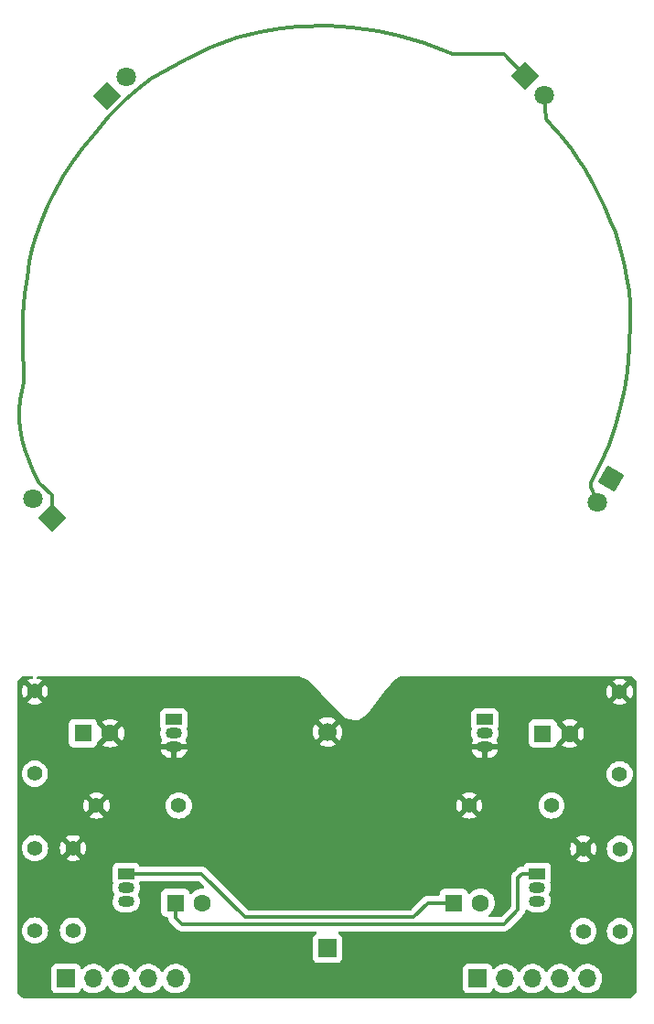
<source format=gbl>
G04 #@! TF.GenerationSoftware,KiCad,Pcbnew,(6.0.11)*
G04 #@! TF.CreationDate,2023-07-10T16:30:22-05:00*
G04 #@! TF.ProjectId,sailor_moon,7361696c-6f72-45f6-9d6f-6f6e2e6b6963,rev?*
G04 #@! TF.SameCoordinates,Original*
G04 #@! TF.FileFunction,Copper,L2,Bot*
G04 #@! TF.FilePolarity,Positive*
%FSLAX46Y46*%
G04 Gerber Fmt 4.6, Leading zero omitted, Abs format (unit mm)*
G04 Created by KiCad (PCBNEW (6.0.11)) date 2023-07-10 16:30:22*
%MOMM*%
%LPD*%
G01*
G04 APERTURE LIST*
G04 Aperture macros list*
%AMRotRect*
0 Rectangle, with rotation*
0 The origin of the aperture is its center*
0 $1 length*
0 $2 width*
0 $3 Rotation angle, in degrees counterclockwise*
0 Add horizontal line*
21,1,$1,$2,0,0,$3*%
G04 Aperture macros list end*
G04 #@! TA.AperFunction,ComponentPad*
%ADD10RotRect,1.800000X1.800000X240.000000*%
G04 #@! TD*
G04 #@! TA.AperFunction,ComponentPad*
%ADD11C,1.800000*%
G04 #@! TD*
G04 #@! TA.AperFunction,ComponentPad*
%ADD12C,1.400000*%
G04 #@! TD*
G04 #@! TA.AperFunction,ComponentPad*
%ADD13R,1.600000X1.600000*%
G04 #@! TD*
G04 #@! TA.AperFunction,ComponentPad*
%ADD14C,1.600000*%
G04 #@! TD*
G04 #@! TA.AperFunction,ComponentPad*
%ADD15R,1.500000X1.050000*%
G04 #@! TD*
G04 #@! TA.AperFunction,ComponentPad*
%ADD16O,1.500000X1.050000*%
G04 #@! TD*
G04 #@! TA.AperFunction,ComponentPad*
%ADD17R,1.700000X1.700000*%
G04 #@! TD*
G04 #@! TA.AperFunction,ComponentPad*
%ADD18C,1.700000*%
G04 #@! TD*
G04 #@! TA.AperFunction,ComponentPad*
%ADD19RotRect,1.800000X1.800000X135.000000*%
G04 #@! TD*
G04 #@! TA.AperFunction,ComponentPad*
%ADD20O,1.700000X1.700000*%
G04 #@! TD*
G04 #@! TA.AperFunction,ComponentPad*
%ADD21RotRect,1.800000X1.800000X315.000000*%
G04 #@! TD*
G04 #@! TA.AperFunction,ComponentPad*
%ADD22RotRect,1.800000X1.800000X45.000000*%
G04 #@! TD*
G04 #@! TA.AperFunction,Conductor*
%ADD23C,0.300000*%
G04 #@! TD*
G04 APERTURE END LIST*
D10*
X156857500Y-102705818D03*
D11*
X155587500Y-104905523D03*
D12*
X154250000Y-137000000D03*
X154250000Y-144620000D03*
D13*
X116500000Y-142000000D03*
D14*
X119000000Y-142000000D03*
D15*
X145130000Y-125050000D03*
D16*
X145130000Y-126320000D03*
X145130000Y-127590000D03*
D17*
X130570000Y-146195000D03*
D18*
X130570000Y-126195000D03*
D13*
X107950000Y-126300000D03*
D14*
X110450000Y-126300000D03*
D19*
X105110000Y-106410000D03*
D11*
X103313949Y-104613949D03*
D12*
X109190000Y-133000000D03*
X116810000Y-133000000D03*
X103500000Y-136930000D03*
X103500000Y-144550000D03*
D15*
X111940000Y-139320000D03*
D16*
X111940000Y-140590000D03*
X111940000Y-141860000D03*
D12*
X157620000Y-130090000D03*
X157620000Y-122470000D03*
D17*
X106380000Y-149000000D03*
D20*
X108920000Y-149000000D03*
X111460000Y-149000000D03*
X114000000Y-149000000D03*
X116540000Y-149000000D03*
D15*
X116360000Y-125040000D03*
D16*
X116360000Y-126310000D03*
X116360000Y-127580000D03*
D12*
X143690000Y-133000000D03*
X151310000Y-133000000D03*
D13*
X142250000Y-142000000D03*
D14*
X144750000Y-142000000D03*
D12*
X107000000Y-136940000D03*
X107000000Y-144560000D03*
X157640000Y-137000000D03*
X157640000Y-144620000D03*
D13*
X150500000Y-126340000D03*
D14*
X153000000Y-126340000D03*
D21*
X148868439Y-65487834D03*
D11*
X150664490Y-67283885D03*
D17*
X144480000Y-149000000D03*
D20*
X147020000Y-149000000D03*
X149560000Y-149000000D03*
X152100000Y-149000000D03*
X154640000Y-149000000D03*
D12*
X103480000Y-130050000D03*
X103480000Y-122430000D03*
D15*
X150000000Y-139300000D03*
D16*
X150000000Y-140570000D03*
X150000000Y-141840000D03*
D22*
X110150000Y-67380000D03*
D11*
X111946051Y-65583949D03*
D23*
X148580000Y-139300000D02*
X150000000Y-139300000D01*
X146890000Y-143980000D02*
X148210000Y-142660000D01*
X148210000Y-142660000D02*
X148210000Y-139670000D01*
X116500000Y-143370000D02*
X117110000Y-143980000D01*
X116500000Y-142000000D02*
X116500000Y-143370000D01*
X148210000Y-139670000D02*
X148580000Y-139300000D01*
X117110000Y-143980000D02*
X146890000Y-143980000D01*
X142250000Y-142000000D02*
X139900000Y-142000000D01*
X139900000Y-142000000D02*
X138570000Y-143330000D01*
X138570000Y-143330000D02*
X122930000Y-143330000D01*
X122930000Y-143330000D02*
X118920000Y-139320000D01*
X118920000Y-139320000D02*
X111940000Y-139320000D01*
X154950000Y-103060000D02*
X155810000Y-101490000D01*
X157740000Y-81770000D02*
X157220000Y-79970000D01*
X158470000Y-85400000D02*
X158290000Y-84120000D01*
X153190000Y-72300000D02*
X152180000Y-70980000D01*
X158080000Y-94490000D02*
X158320000Y-92880000D01*
X156220000Y-77560000D02*
X155740000Y-76600000D01*
X158080000Y-83120000D02*
X157740000Y-81770000D01*
X158590000Y-88080000D02*
X158560000Y-86600000D01*
X155740000Y-76600000D02*
X155120000Y-75400000D01*
X158510000Y-90630000D02*
X158590000Y-88080000D01*
X154940000Y-103500000D02*
X154950000Y-103060000D01*
X153790000Y-73160000D02*
X153190000Y-72300000D01*
X156630000Y-99620000D02*
X157210000Y-97840000D01*
X158290000Y-84120000D02*
X158080000Y-83120000D01*
X157220000Y-79970000D02*
X156770000Y-78850000D01*
X152180000Y-70980000D02*
X151260000Y-69950000D01*
X157680000Y-96210000D02*
X158080000Y-94490000D01*
X154370000Y-74080000D02*
X153790000Y-73160000D01*
X151260000Y-69950000D02*
X150780000Y-69430000D01*
X158560000Y-86600000D02*
X158470000Y-85400000D01*
X158320000Y-92880000D02*
X158510000Y-90630000D01*
X155810000Y-101490000D02*
X156630000Y-99620000D01*
X156770000Y-78850000D02*
X156220000Y-77560000D01*
X155120000Y-75400000D02*
X154370000Y-74080000D01*
X150780000Y-69430000D02*
X150664490Y-67283885D01*
X157210000Y-97840000D02*
X157680000Y-96210000D01*
X155587500Y-104905523D02*
X154940000Y-103500000D01*
X103000000Y-82680000D02*
X103260000Y-81480000D01*
X114250000Y-65730000D02*
X117420000Y-64000000D01*
X105210000Y-76480000D02*
X106200000Y-74620000D01*
X102570000Y-85620000D02*
X102770000Y-84100000D01*
X104700000Y-77480000D02*
X105210000Y-76480000D01*
X102060000Y-97290000D02*
X102050000Y-96410000D01*
X103360000Y-102210000D02*
X102930000Y-101130000D01*
X102380000Y-90930000D02*
X102360000Y-89260000D01*
X110360000Y-69230000D02*
X111890000Y-67690000D01*
X135340000Y-61340000D02*
X137180000Y-61730000D01*
X124340000Y-61390000D02*
X126250000Y-61070000D01*
X137180000Y-61730000D02*
X139570000Y-62450000D01*
X148868439Y-65468439D02*
X146870000Y-63470000D01*
X104120000Y-78790000D02*
X104700000Y-77480000D01*
X102130000Y-95460000D02*
X102280000Y-94630000D01*
X117420000Y-64000000D02*
X119910000Y-62820000D01*
X103590000Y-80410000D02*
X104120000Y-78790000D01*
X102770000Y-84100000D02*
X103000000Y-82680000D01*
X102930000Y-101130000D02*
X102570000Y-100000000D01*
X102420000Y-93870000D02*
X102440000Y-92930000D01*
X113020000Y-66680000D02*
X114250000Y-65730000D01*
X102400000Y-87610000D02*
X102450000Y-86660000D01*
X146870000Y-63470000D02*
X142180000Y-63470000D01*
X103260000Y-81480000D02*
X103590000Y-80410000D01*
X105110000Y-104300000D02*
X103940000Y-103130000D01*
X102360000Y-89260000D02*
X102400000Y-87610000D01*
X102130000Y-98100000D02*
X102060000Y-97290000D01*
X102320000Y-99120000D02*
X102130000Y-98100000D01*
X127880000Y-60880000D02*
X130690000Y-60870000D01*
X148868439Y-65487834D02*
X148868439Y-65468439D01*
X102280000Y-94630000D02*
X102420000Y-93870000D01*
X102450000Y-86660000D02*
X102570000Y-85620000D01*
X130690000Y-60870000D02*
X132750000Y-61000000D01*
X139570000Y-62450000D02*
X142180000Y-63470000D01*
X119910000Y-62820000D02*
X122210000Y-61970000D01*
X105110000Y-106410000D02*
X105110000Y-104300000D01*
X108940000Y-70870000D02*
X110360000Y-69230000D01*
X122210000Y-61970000D02*
X124340000Y-61390000D01*
X111890000Y-67690000D02*
X113020000Y-66680000D01*
X132750000Y-61000000D02*
X135340000Y-61340000D01*
X126250000Y-61070000D02*
X127880000Y-60880000D01*
X107020000Y-73360000D02*
X107970000Y-72100000D01*
X102570000Y-100000000D02*
X102320000Y-99120000D01*
X102050000Y-96410000D02*
X102130000Y-95460000D01*
X106200000Y-74620000D02*
X107020000Y-73360000D01*
X102440000Y-92930000D02*
X102380000Y-90930000D01*
X103940000Y-103130000D02*
X103360000Y-102210000D01*
X107970000Y-72100000D02*
X108940000Y-70870000D01*
G04 #@! TA.AperFunction,Conductor*
G36*
X103260534Y-121020002D02*
G01*
X103307027Y-121073658D01*
X103317131Y-121143932D01*
X103287637Y-121208512D01*
X103225025Y-121247707D01*
X103070571Y-121289093D01*
X103060277Y-121292841D01*
X102878677Y-121377521D01*
X102869189Y-121382999D01*
X102838752Y-121404311D01*
X102830377Y-121414788D01*
X102837446Y-121428236D01*
X103467188Y-122057978D01*
X103481132Y-122065592D01*
X103482965Y-122065461D01*
X103489580Y-122061210D01*
X104123276Y-121427514D01*
X104129706Y-121415739D01*
X104120410Y-121403724D01*
X104090811Y-121382999D01*
X104081323Y-121377521D01*
X103899723Y-121292841D01*
X103889429Y-121289093D01*
X103734975Y-121247707D01*
X103674353Y-121210755D01*
X103643331Y-121146894D01*
X103651760Y-121076400D01*
X103696963Y-121021653D01*
X103767587Y-121000000D01*
X127915790Y-121000000D01*
X127966034Y-121010451D01*
X128534992Y-121257865D01*
X128772393Y-121361100D01*
X128814303Y-121390723D01*
X129974533Y-122635091D01*
X131070000Y-123810000D01*
X132290000Y-124900000D01*
X132650000Y-125005000D01*
X132656741Y-125006966D01*
X132656743Y-125006967D01*
X132787513Y-125045109D01*
X132787519Y-125045110D01*
X132793148Y-125046752D01*
X132793151Y-125046752D01*
X133010000Y-125110000D01*
X133460000Y-125070000D01*
X134200000Y-124590000D01*
X134528420Y-124168919D01*
X135062415Y-123484261D01*
X156970294Y-123484261D01*
X156979590Y-123496276D01*
X157009189Y-123517001D01*
X157018677Y-123522479D01*
X157200277Y-123607159D01*
X157210571Y-123610907D01*
X157404122Y-123662769D01*
X157414909Y-123664671D01*
X157614525Y-123682135D01*
X157625475Y-123682135D01*
X157825091Y-123664671D01*
X157835878Y-123662769D01*
X158029429Y-123610907D01*
X158039723Y-123607159D01*
X158221323Y-123522479D01*
X158230811Y-123517001D01*
X158261248Y-123495689D01*
X158269623Y-123485212D01*
X158262554Y-123471764D01*
X157632812Y-122842022D01*
X157618868Y-122834408D01*
X157617035Y-122834539D01*
X157610420Y-122838790D01*
X156976724Y-123472486D01*
X156970294Y-123484261D01*
X135062415Y-123484261D01*
X135849212Y-122475475D01*
X156407865Y-122475475D01*
X156425329Y-122675091D01*
X156427231Y-122685878D01*
X156479093Y-122879429D01*
X156482841Y-122889723D01*
X156567521Y-123071323D01*
X156572999Y-123080811D01*
X156594311Y-123111248D01*
X156604788Y-123119623D01*
X156618236Y-123112554D01*
X157247978Y-122482812D01*
X157254356Y-122471132D01*
X157984408Y-122471132D01*
X157984539Y-122472965D01*
X157988790Y-122479580D01*
X158622486Y-123113276D01*
X158634261Y-123119706D01*
X158646276Y-123110410D01*
X158667001Y-123080811D01*
X158672479Y-123071323D01*
X158757159Y-122889723D01*
X158760907Y-122879429D01*
X158812769Y-122685878D01*
X158814671Y-122675091D01*
X158832135Y-122475475D01*
X158832135Y-122464525D01*
X158814671Y-122264909D01*
X158812769Y-122254122D01*
X158760907Y-122060571D01*
X158757159Y-122050277D01*
X158672479Y-121868677D01*
X158667001Y-121859189D01*
X158645689Y-121828752D01*
X158635212Y-121820377D01*
X158621764Y-121827446D01*
X157992022Y-122457188D01*
X157984408Y-122471132D01*
X157254356Y-122471132D01*
X157255592Y-122468868D01*
X157255461Y-122467035D01*
X157251210Y-122460420D01*
X156617514Y-121826724D01*
X156605739Y-121820294D01*
X156593724Y-121829590D01*
X156572999Y-121859189D01*
X156567521Y-121868677D01*
X156482841Y-122050277D01*
X156479093Y-122060571D01*
X156427231Y-122254122D01*
X156425329Y-122264909D01*
X156407865Y-122464525D01*
X156407865Y-122475475D01*
X135849212Y-122475475D01*
X136384164Y-121789590D01*
X136645291Y-121454788D01*
X156970377Y-121454788D01*
X156977446Y-121468236D01*
X157607188Y-122097978D01*
X157621132Y-122105592D01*
X157622965Y-122105461D01*
X157629580Y-122101210D01*
X158263276Y-121467514D01*
X158269706Y-121455739D01*
X158260410Y-121443724D01*
X158230811Y-121422999D01*
X158221323Y-121417521D01*
X158039723Y-121332841D01*
X158029429Y-121329093D01*
X157835878Y-121277231D01*
X157825091Y-121275329D01*
X157625475Y-121257865D01*
X157614525Y-121257865D01*
X157414909Y-121275329D01*
X157404122Y-121277231D01*
X157210571Y-121329093D01*
X157200277Y-121332841D01*
X157018677Y-121417521D01*
X157009189Y-121422999D01*
X156978752Y-121444311D01*
X156970377Y-121454788D01*
X136645291Y-121454788D01*
X136669672Y-121423528D01*
X136713743Y-121387795D01*
X137357138Y-121073658D01*
X137481835Y-121012775D01*
X137537117Y-121000000D01*
X158629810Y-121000000D01*
X158697931Y-121020002D01*
X158718905Y-121036905D01*
X159153095Y-121471095D01*
X159187121Y-121533407D01*
X159190000Y-121560190D01*
X159190000Y-150239810D01*
X159169998Y-150307931D01*
X159153095Y-150328905D01*
X158718905Y-150763095D01*
X158656593Y-150797121D01*
X158629810Y-150800000D01*
X102410190Y-150800000D01*
X102342069Y-150779998D01*
X102321095Y-150763095D01*
X101886905Y-150328905D01*
X101852879Y-150266593D01*
X101850000Y-150239810D01*
X101850000Y-149898134D01*
X105021500Y-149898134D01*
X105028255Y-149960316D01*
X105079385Y-150096705D01*
X105166739Y-150213261D01*
X105283295Y-150300615D01*
X105419684Y-150351745D01*
X105481866Y-150358500D01*
X107278134Y-150358500D01*
X107340316Y-150351745D01*
X107476705Y-150300615D01*
X107593261Y-150213261D01*
X107680615Y-150096705D01*
X107702799Y-150037529D01*
X107724598Y-149979382D01*
X107767240Y-149922618D01*
X107833802Y-149897918D01*
X107903150Y-149913126D01*
X107937817Y-149941114D01*
X107966250Y-149973938D01*
X108138126Y-150116632D01*
X108331000Y-150229338D01*
X108539692Y-150309030D01*
X108544760Y-150310061D01*
X108544763Y-150310062D01*
X108637380Y-150328905D01*
X108758597Y-150353567D01*
X108763772Y-150353757D01*
X108763774Y-150353757D01*
X108976673Y-150361564D01*
X108976677Y-150361564D01*
X108981837Y-150361753D01*
X108986957Y-150361097D01*
X108986959Y-150361097D01*
X109198288Y-150334025D01*
X109198289Y-150334025D01*
X109203416Y-150333368D01*
X109218292Y-150328905D01*
X109412429Y-150270661D01*
X109412434Y-150270659D01*
X109417384Y-150269174D01*
X109617994Y-150170896D01*
X109799860Y-150041173D01*
X109958096Y-149883489D01*
X110088453Y-149702077D01*
X110089776Y-149703028D01*
X110136645Y-149659857D01*
X110206580Y-149647625D01*
X110272026Y-149675144D01*
X110299875Y-149706994D01*
X110359987Y-149805088D01*
X110506250Y-149973938D01*
X110678126Y-150116632D01*
X110871000Y-150229338D01*
X111079692Y-150309030D01*
X111084760Y-150310061D01*
X111084763Y-150310062D01*
X111177380Y-150328905D01*
X111298597Y-150353567D01*
X111303772Y-150353757D01*
X111303774Y-150353757D01*
X111516673Y-150361564D01*
X111516677Y-150361564D01*
X111521837Y-150361753D01*
X111526957Y-150361097D01*
X111526959Y-150361097D01*
X111738288Y-150334025D01*
X111738289Y-150334025D01*
X111743416Y-150333368D01*
X111758292Y-150328905D01*
X111952429Y-150270661D01*
X111952434Y-150270659D01*
X111957384Y-150269174D01*
X112157994Y-150170896D01*
X112339860Y-150041173D01*
X112498096Y-149883489D01*
X112628453Y-149702077D01*
X112629776Y-149703028D01*
X112676645Y-149659857D01*
X112746580Y-149647625D01*
X112812026Y-149675144D01*
X112839875Y-149706994D01*
X112899987Y-149805088D01*
X113046250Y-149973938D01*
X113218126Y-150116632D01*
X113411000Y-150229338D01*
X113619692Y-150309030D01*
X113624760Y-150310061D01*
X113624763Y-150310062D01*
X113717380Y-150328905D01*
X113838597Y-150353567D01*
X113843772Y-150353757D01*
X113843774Y-150353757D01*
X114056673Y-150361564D01*
X114056677Y-150361564D01*
X114061837Y-150361753D01*
X114066957Y-150361097D01*
X114066959Y-150361097D01*
X114278288Y-150334025D01*
X114278289Y-150334025D01*
X114283416Y-150333368D01*
X114298292Y-150328905D01*
X114492429Y-150270661D01*
X114492434Y-150270659D01*
X114497384Y-150269174D01*
X114697994Y-150170896D01*
X114879860Y-150041173D01*
X115038096Y-149883489D01*
X115168453Y-149702077D01*
X115169776Y-149703028D01*
X115216645Y-149659857D01*
X115286580Y-149647625D01*
X115352026Y-149675144D01*
X115379875Y-149706994D01*
X115439987Y-149805088D01*
X115586250Y-149973938D01*
X115758126Y-150116632D01*
X115951000Y-150229338D01*
X116159692Y-150309030D01*
X116164760Y-150310061D01*
X116164763Y-150310062D01*
X116257380Y-150328905D01*
X116378597Y-150353567D01*
X116383772Y-150353757D01*
X116383774Y-150353757D01*
X116596673Y-150361564D01*
X116596677Y-150361564D01*
X116601837Y-150361753D01*
X116606957Y-150361097D01*
X116606959Y-150361097D01*
X116818288Y-150334025D01*
X116818289Y-150334025D01*
X116823416Y-150333368D01*
X116838292Y-150328905D01*
X117032429Y-150270661D01*
X117032434Y-150270659D01*
X117037384Y-150269174D01*
X117237994Y-150170896D01*
X117419860Y-150041173D01*
X117563400Y-149898134D01*
X143121500Y-149898134D01*
X143128255Y-149960316D01*
X143179385Y-150096705D01*
X143266739Y-150213261D01*
X143383295Y-150300615D01*
X143519684Y-150351745D01*
X143581866Y-150358500D01*
X145378134Y-150358500D01*
X145440316Y-150351745D01*
X145576705Y-150300615D01*
X145693261Y-150213261D01*
X145780615Y-150096705D01*
X145802799Y-150037529D01*
X145824598Y-149979382D01*
X145867240Y-149922618D01*
X145933802Y-149897918D01*
X146003150Y-149913126D01*
X146037817Y-149941114D01*
X146066250Y-149973938D01*
X146238126Y-150116632D01*
X146431000Y-150229338D01*
X146639692Y-150309030D01*
X146644760Y-150310061D01*
X146644763Y-150310062D01*
X146737380Y-150328905D01*
X146858597Y-150353567D01*
X146863772Y-150353757D01*
X146863774Y-150353757D01*
X147076673Y-150361564D01*
X147076677Y-150361564D01*
X147081837Y-150361753D01*
X147086957Y-150361097D01*
X147086959Y-150361097D01*
X147298288Y-150334025D01*
X147298289Y-150334025D01*
X147303416Y-150333368D01*
X147318292Y-150328905D01*
X147512429Y-150270661D01*
X147512434Y-150270659D01*
X147517384Y-150269174D01*
X147717994Y-150170896D01*
X147899860Y-150041173D01*
X148058096Y-149883489D01*
X148188453Y-149702077D01*
X148189776Y-149703028D01*
X148236645Y-149659857D01*
X148306580Y-149647625D01*
X148372026Y-149675144D01*
X148399875Y-149706994D01*
X148459987Y-149805088D01*
X148606250Y-149973938D01*
X148778126Y-150116632D01*
X148971000Y-150229338D01*
X149179692Y-150309030D01*
X149184760Y-150310061D01*
X149184763Y-150310062D01*
X149277380Y-150328905D01*
X149398597Y-150353567D01*
X149403772Y-150353757D01*
X149403774Y-150353757D01*
X149616673Y-150361564D01*
X149616677Y-150361564D01*
X149621837Y-150361753D01*
X149626957Y-150361097D01*
X149626959Y-150361097D01*
X149838288Y-150334025D01*
X149838289Y-150334025D01*
X149843416Y-150333368D01*
X149858292Y-150328905D01*
X150052429Y-150270661D01*
X150052434Y-150270659D01*
X150057384Y-150269174D01*
X150257994Y-150170896D01*
X150439860Y-150041173D01*
X150598096Y-149883489D01*
X150728453Y-149702077D01*
X150729776Y-149703028D01*
X150776645Y-149659857D01*
X150846580Y-149647625D01*
X150912026Y-149675144D01*
X150939875Y-149706994D01*
X150999987Y-149805088D01*
X151146250Y-149973938D01*
X151318126Y-150116632D01*
X151511000Y-150229338D01*
X151719692Y-150309030D01*
X151724760Y-150310061D01*
X151724763Y-150310062D01*
X151817380Y-150328905D01*
X151938597Y-150353567D01*
X151943772Y-150353757D01*
X151943774Y-150353757D01*
X152156673Y-150361564D01*
X152156677Y-150361564D01*
X152161837Y-150361753D01*
X152166957Y-150361097D01*
X152166959Y-150361097D01*
X152378288Y-150334025D01*
X152378289Y-150334025D01*
X152383416Y-150333368D01*
X152398292Y-150328905D01*
X152592429Y-150270661D01*
X152592434Y-150270659D01*
X152597384Y-150269174D01*
X152797994Y-150170896D01*
X152979860Y-150041173D01*
X153138096Y-149883489D01*
X153268453Y-149702077D01*
X153269776Y-149703028D01*
X153316645Y-149659857D01*
X153386580Y-149647625D01*
X153452026Y-149675144D01*
X153479875Y-149706994D01*
X153539987Y-149805088D01*
X153686250Y-149973938D01*
X153858126Y-150116632D01*
X154051000Y-150229338D01*
X154259692Y-150309030D01*
X154264760Y-150310061D01*
X154264763Y-150310062D01*
X154357380Y-150328905D01*
X154478597Y-150353567D01*
X154483772Y-150353757D01*
X154483774Y-150353757D01*
X154696673Y-150361564D01*
X154696677Y-150361564D01*
X154701837Y-150361753D01*
X154706957Y-150361097D01*
X154706959Y-150361097D01*
X154918288Y-150334025D01*
X154918289Y-150334025D01*
X154923416Y-150333368D01*
X154938292Y-150328905D01*
X155132429Y-150270661D01*
X155132434Y-150270659D01*
X155137384Y-150269174D01*
X155337994Y-150170896D01*
X155519860Y-150041173D01*
X155678096Y-149883489D01*
X155808453Y-149702077D01*
X155829320Y-149659857D01*
X155905136Y-149506453D01*
X155905137Y-149506451D01*
X155907430Y-149501811D01*
X155972370Y-149288069D01*
X156001529Y-149066590D01*
X156003156Y-149000000D01*
X155984852Y-148777361D01*
X155930431Y-148560702D01*
X155841354Y-148355840D01*
X155720014Y-148168277D01*
X155569670Y-148003051D01*
X155565619Y-147999852D01*
X155565615Y-147999848D01*
X155398414Y-147867800D01*
X155398410Y-147867798D01*
X155394359Y-147864598D01*
X155198789Y-147756638D01*
X155193920Y-147754914D01*
X155193916Y-147754912D01*
X154993087Y-147683795D01*
X154993083Y-147683794D01*
X154988212Y-147682069D01*
X154983119Y-147681162D01*
X154983116Y-147681161D01*
X154773373Y-147643800D01*
X154773367Y-147643799D01*
X154768284Y-147642894D01*
X154694452Y-147641992D01*
X154550081Y-147640228D01*
X154550079Y-147640228D01*
X154544911Y-147640165D01*
X154324091Y-147673955D01*
X154111756Y-147743357D01*
X153913607Y-147846507D01*
X153909474Y-147849610D01*
X153909471Y-147849612D01*
X153739100Y-147977530D01*
X153734965Y-147980635D01*
X153731393Y-147984373D01*
X153623729Y-148097037D01*
X153580629Y-148142138D01*
X153473201Y-148299621D01*
X153418293Y-148344621D01*
X153347768Y-148352792D01*
X153284021Y-148321538D01*
X153263324Y-148297054D01*
X153182822Y-148172617D01*
X153182820Y-148172614D01*
X153180014Y-148168277D01*
X153029670Y-148003051D01*
X153025619Y-147999852D01*
X153025615Y-147999848D01*
X152858414Y-147867800D01*
X152858410Y-147867798D01*
X152854359Y-147864598D01*
X152658789Y-147756638D01*
X152653920Y-147754914D01*
X152653916Y-147754912D01*
X152453087Y-147683795D01*
X152453083Y-147683794D01*
X152448212Y-147682069D01*
X152443119Y-147681162D01*
X152443116Y-147681161D01*
X152233373Y-147643800D01*
X152233367Y-147643799D01*
X152228284Y-147642894D01*
X152154452Y-147641992D01*
X152010081Y-147640228D01*
X152010079Y-147640228D01*
X152004911Y-147640165D01*
X151784091Y-147673955D01*
X151571756Y-147743357D01*
X151373607Y-147846507D01*
X151369474Y-147849610D01*
X151369471Y-147849612D01*
X151199100Y-147977530D01*
X151194965Y-147980635D01*
X151191393Y-147984373D01*
X151083729Y-148097037D01*
X151040629Y-148142138D01*
X150933201Y-148299621D01*
X150878293Y-148344621D01*
X150807768Y-148352792D01*
X150744021Y-148321538D01*
X150723324Y-148297054D01*
X150642822Y-148172617D01*
X150642820Y-148172614D01*
X150640014Y-148168277D01*
X150489670Y-148003051D01*
X150485619Y-147999852D01*
X150485615Y-147999848D01*
X150318414Y-147867800D01*
X150318410Y-147867798D01*
X150314359Y-147864598D01*
X150118789Y-147756638D01*
X150113920Y-147754914D01*
X150113916Y-147754912D01*
X149913087Y-147683795D01*
X149913083Y-147683794D01*
X149908212Y-147682069D01*
X149903119Y-147681162D01*
X149903116Y-147681161D01*
X149693373Y-147643800D01*
X149693367Y-147643799D01*
X149688284Y-147642894D01*
X149614452Y-147641992D01*
X149470081Y-147640228D01*
X149470079Y-147640228D01*
X149464911Y-147640165D01*
X149244091Y-147673955D01*
X149031756Y-147743357D01*
X148833607Y-147846507D01*
X148829474Y-147849610D01*
X148829471Y-147849612D01*
X148659100Y-147977530D01*
X148654965Y-147980635D01*
X148651393Y-147984373D01*
X148543729Y-148097037D01*
X148500629Y-148142138D01*
X148393201Y-148299621D01*
X148338293Y-148344621D01*
X148267768Y-148352792D01*
X148204021Y-148321538D01*
X148183324Y-148297054D01*
X148102822Y-148172617D01*
X148102820Y-148172614D01*
X148100014Y-148168277D01*
X147949670Y-148003051D01*
X147945619Y-147999852D01*
X147945615Y-147999848D01*
X147778414Y-147867800D01*
X147778410Y-147867798D01*
X147774359Y-147864598D01*
X147578789Y-147756638D01*
X147573920Y-147754914D01*
X147573916Y-147754912D01*
X147373087Y-147683795D01*
X147373083Y-147683794D01*
X147368212Y-147682069D01*
X147363119Y-147681162D01*
X147363116Y-147681161D01*
X147153373Y-147643800D01*
X147153367Y-147643799D01*
X147148284Y-147642894D01*
X147074452Y-147641992D01*
X146930081Y-147640228D01*
X146930079Y-147640228D01*
X146924911Y-147640165D01*
X146704091Y-147673955D01*
X146491756Y-147743357D01*
X146293607Y-147846507D01*
X146289474Y-147849610D01*
X146289471Y-147849612D01*
X146119100Y-147977530D01*
X146114965Y-147980635D01*
X146058537Y-148039684D01*
X146034283Y-148065064D01*
X145972759Y-148100494D01*
X145901846Y-148097037D01*
X145844060Y-148055791D01*
X145825207Y-148022243D01*
X145783767Y-147911703D01*
X145780615Y-147903295D01*
X145693261Y-147786739D01*
X145576705Y-147699385D01*
X145440316Y-147648255D01*
X145378134Y-147641500D01*
X143581866Y-147641500D01*
X143519684Y-147648255D01*
X143383295Y-147699385D01*
X143266739Y-147786739D01*
X143179385Y-147903295D01*
X143128255Y-148039684D01*
X143121500Y-148101866D01*
X143121500Y-149898134D01*
X117563400Y-149898134D01*
X117578096Y-149883489D01*
X117708453Y-149702077D01*
X117729320Y-149659857D01*
X117805136Y-149506453D01*
X117805137Y-149506451D01*
X117807430Y-149501811D01*
X117872370Y-149288069D01*
X117901529Y-149066590D01*
X117903156Y-149000000D01*
X117884852Y-148777361D01*
X117830431Y-148560702D01*
X117741354Y-148355840D01*
X117620014Y-148168277D01*
X117469670Y-148003051D01*
X117465619Y-147999852D01*
X117465615Y-147999848D01*
X117298414Y-147867800D01*
X117298410Y-147867798D01*
X117294359Y-147864598D01*
X117098789Y-147756638D01*
X117093920Y-147754914D01*
X117093916Y-147754912D01*
X116893087Y-147683795D01*
X116893083Y-147683794D01*
X116888212Y-147682069D01*
X116883119Y-147681162D01*
X116883116Y-147681161D01*
X116673373Y-147643800D01*
X116673367Y-147643799D01*
X116668284Y-147642894D01*
X116594452Y-147641992D01*
X116450081Y-147640228D01*
X116450079Y-147640228D01*
X116444911Y-147640165D01*
X116224091Y-147673955D01*
X116011756Y-147743357D01*
X115813607Y-147846507D01*
X115809474Y-147849610D01*
X115809471Y-147849612D01*
X115639100Y-147977530D01*
X115634965Y-147980635D01*
X115631393Y-147984373D01*
X115523729Y-148097037D01*
X115480629Y-148142138D01*
X115373201Y-148299621D01*
X115318293Y-148344621D01*
X115247768Y-148352792D01*
X115184021Y-148321538D01*
X115163324Y-148297054D01*
X115082822Y-148172617D01*
X115082820Y-148172614D01*
X115080014Y-148168277D01*
X114929670Y-148003051D01*
X114925619Y-147999852D01*
X114925615Y-147999848D01*
X114758414Y-147867800D01*
X114758410Y-147867798D01*
X114754359Y-147864598D01*
X114558789Y-147756638D01*
X114553920Y-147754914D01*
X114553916Y-147754912D01*
X114353087Y-147683795D01*
X114353083Y-147683794D01*
X114348212Y-147682069D01*
X114343119Y-147681162D01*
X114343116Y-147681161D01*
X114133373Y-147643800D01*
X114133367Y-147643799D01*
X114128284Y-147642894D01*
X114054452Y-147641992D01*
X113910081Y-147640228D01*
X113910079Y-147640228D01*
X113904911Y-147640165D01*
X113684091Y-147673955D01*
X113471756Y-147743357D01*
X113273607Y-147846507D01*
X113269474Y-147849610D01*
X113269471Y-147849612D01*
X113099100Y-147977530D01*
X113094965Y-147980635D01*
X113091393Y-147984373D01*
X112983729Y-148097037D01*
X112940629Y-148142138D01*
X112833201Y-148299621D01*
X112778293Y-148344621D01*
X112707768Y-148352792D01*
X112644021Y-148321538D01*
X112623324Y-148297054D01*
X112542822Y-148172617D01*
X112542820Y-148172614D01*
X112540014Y-148168277D01*
X112389670Y-148003051D01*
X112385619Y-147999852D01*
X112385615Y-147999848D01*
X112218414Y-147867800D01*
X112218410Y-147867798D01*
X112214359Y-147864598D01*
X112018789Y-147756638D01*
X112013920Y-147754914D01*
X112013916Y-147754912D01*
X111813087Y-147683795D01*
X111813083Y-147683794D01*
X111808212Y-147682069D01*
X111803119Y-147681162D01*
X111803116Y-147681161D01*
X111593373Y-147643800D01*
X111593367Y-147643799D01*
X111588284Y-147642894D01*
X111514452Y-147641992D01*
X111370081Y-147640228D01*
X111370079Y-147640228D01*
X111364911Y-147640165D01*
X111144091Y-147673955D01*
X110931756Y-147743357D01*
X110733607Y-147846507D01*
X110729474Y-147849610D01*
X110729471Y-147849612D01*
X110559100Y-147977530D01*
X110554965Y-147980635D01*
X110551393Y-147984373D01*
X110443729Y-148097037D01*
X110400629Y-148142138D01*
X110293201Y-148299621D01*
X110238293Y-148344621D01*
X110167768Y-148352792D01*
X110104021Y-148321538D01*
X110083324Y-148297054D01*
X110002822Y-148172617D01*
X110002820Y-148172614D01*
X110000014Y-148168277D01*
X109849670Y-148003051D01*
X109845619Y-147999852D01*
X109845615Y-147999848D01*
X109678414Y-147867800D01*
X109678410Y-147867798D01*
X109674359Y-147864598D01*
X109478789Y-147756638D01*
X109473920Y-147754914D01*
X109473916Y-147754912D01*
X109273087Y-147683795D01*
X109273083Y-147683794D01*
X109268212Y-147682069D01*
X109263119Y-147681162D01*
X109263116Y-147681161D01*
X109053373Y-147643800D01*
X109053367Y-147643799D01*
X109048284Y-147642894D01*
X108974452Y-147641992D01*
X108830081Y-147640228D01*
X108830079Y-147640228D01*
X108824911Y-147640165D01*
X108604091Y-147673955D01*
X108391756Y-147743357D01*
X108193607Y-147846507D01*
X108189474Y-147849610D01*
X108189471Y-147849612D01*
X108019100Y-147977530D01*
X108014965Y-147980635D01*
X107958537Y-148039684D01*
X107934283Y-148065064D01*
X107872759Y-148100494D01*
X107801846Y-148097037D01*
X107744060Y-148055791D01*
X107725207Y-148022243D01*
X107683767Y-147911703D01*
X107680615Y-147903295D01*
X107593261Y-147786739D01*
X107476705Y-147699385D01*
X107340316Y-147648255D01*
X107278134Y-147641500D01*
X105481866Y-147641500D01*
X105419684Y-147648255D01*
X105283295Y-147699385D01*
X105166739Y-147786739D01*
X105079385Y-147903295D01*
X105028255Y-148039684D01*
X105021500Y-148101866D01*
X105021500Y-149898134D01*
X101850000Y-149898134D01*
X101850000Y-144550000D01*
X102286884Y-144550000D01*
X102305314Y-144760655D01*
X102306738Y-144765968D01*
X102306738Y-144765970D01*
X102327447Y-144843255D01*
X102360044Y-144964910D01*
X102362366Y-144969891D01*
X102362367Y-144969892D01*
X102418892Y-145091109D01*
X102449411Y-145156558D01*
X102570699Y-145329776D01*
X102720224Y-145479301D01*
X102893442Y-145600589D01*
X102898420Y-145602910D01*
X102898423Y-145602912D01*
X103036791Y-145667434D01*
X103085090Y-145689956D01*
X103090398Y-145691378D01*
X103090400Y-145691379D01*
X103284030Y-145743262D01*
X103284032Y-145743262D01*
X103289345Y-145744686D01*
X103500000Y-145763116D01*
X103710655Y-145744686D01*
X103715968Y-145743262D01*
X103715970Y-145743262D01*
X103909600Y-145691379D01*
X103909602Y-145691378D01*
X103914910Y-145689956D01*
X103963209Y-145667434D01*
X104101577Y-145602912D01*
X104101580Y-145602910D01*
X104106558Y-145600589D01*
X104279776Y-145479301D01*
X104429301Y-145329776D01*
X104550589Y-145156558D01*
X104581109Y-145091109D01*
X104637633Y-144969892D01*
X104637634Y-144969891D01*
X104639956Y-144964910D01*
X104672554Y-144843255D01*
X104693262Y-144765970D01*
X104693262Y-144765968D01*
X104694686Y-144760655D01*
X104712241Y-144560000D01*
X105786884Y-144560000D01*
X105805314Y-144770655D01*
X105806738Y-144775968D01*
X105806738Y-144775970D01*
X105857365Y-144964910D01*
X105860044Y-144974910D01*
X105862366Y-144979891D01*
X105862367Y-144979892D01*
X105946849Y-145161063D01*
X105949411Y-145166558D01*
X106070699Y-145339776D01*
X106220224Y-145489301D01*
X106393442Y-145610589D01*
X106398420Y-145612910D01*
X106398423Y-145612912D01*
X106580108Y-145697633D01*
X106585090Y-145699956D01*
X106590398Y-145701378D01*
X106590400Y-145701379D01*
X106784030Y-145753262D01*
X106784032Y-145753262D01*
X106789345Y-145754686D01*
X107000000Y-145773116D01*
X107210655Y-145754686D01*
X107215968Y-145753262D01*
X107215970Y-145753262D01*
X107409600Y-145701379D01*
X107409602Y-145701378D01*
X107414910Y-145699956D01*
X107419892Y-145697633D01*
X107601577Y-145612912D01*
X107601580Y-145612910D01*
X107606558Y-145610589D01*
X107779776Y-145489301D01*
X107929301Y-145339776D01*
X108050589Y-145166558D01*
X108053152Y-145161063D01*
X108137633Y-144979892D01*
X108137634Y-144979891D01*
X108139956Y-144974910D01*
X108142636Y-144964910D01*
X108193262Y-144775970D01*
X108193262Y-144775968D01*
X108194686Y-144770655D01*
X108213116Y-144560000D01*
X108194686Y-144349345D01*
X108192007Y-144339345D01*
X108141379Y-144150400D01*
X108141378Y-144150398D01*
X108139956Y-144145090D01*
X108080890Y-144018423D01*
X108052912Y-143958423D01*
X108052910Y-143958420D01*
X108050589Y-143953442D01*
X107929301Y-143780224D01*
X107779776Y-143630699D01*
X107606558Y-143509411D01*
X107601580Y-143507090D01*
X107601577Y-143507088D01*
X107419892Y-143422367D01*
X107419891Y-143422366D01*
X107414910Y-143420044D01*
X107409602Y-143418622D01*
X107409600Y-143418621D01*
X107215970Y-143366738D01*
X107215968Y-143366738D01*
X107210655Y-143365314D01*
X107000000Y-143346884D01*
X106789345Y-143365314D01*
X106784032Y-143366738D01*
X106784030Y-143366738D01*
X106590400Y-143418621D01*
X106590398Y-143418622D01*
X106585090Y-143420044D01*
X106580109Y-143422366D01*
X106580108Y-143422367D01*
X106398423Y-143507088D01*
X106398420Y-143507090D01*
X106393442Y-143509411D01*
X106220224Y-143630699D01*
X106070699Y-143780224D01*
X105949411Y-143953442D01*
X105947090Y-143958420D01*
X105947088Y-143958423D01*
X105919110Y-144018423D01*
X105860044Y-144145090D01*
X105858622Y-144150398D01*
X105858621Y-144150400D01*
X105807993Y-144339345D01*
X105805314Y-144349345D01*
X105786884Y-144560000D01*
X104712241Y-144560000D01*
X104713116Y-144550000D01*
X104694686Y-144339345D01*
X104660135Y-144210400D01*
X104641379Y-144140400D01*
X104641378Y-144140398D01*
X104639956Y-144135090D01*
X104555252Y-143953442D01*
X104552912Y-143948423D01*
X104552910Y-143948420D01*
X104550589Y-143943442D01*
X104429301Y-143770224D01*
X104279776Y-143620699D01*
X104106558Y-143499411D01*
X104101580Y-143497090D01*
X104101577Y-143497088D01*
X103919892Y-143412367D01*
X103919891Y-143412366D01*
X103914910Y-143410044D01*
X103909602Y-143408622D01*
X103909600Y-143408621D01*
X103715970Y-143356738D01*
X103715968Y-143356738D01*
X103710655Y-143355314D01*
X103500000Y-143336884D01*
X103289345Y-143355314D01*
X103284032Y-143356738D01*
X103284030Y-143356738D01*
X103090400Y-143408621D01*
X103090398Y-143408622D01*
X103085090Y-143410044D01*
X103080109Y-143412366D01*
X103080108Y-143412367D01*
X102898423Y-143497088D01*
X102898420Y-143497090D01*
X102893442Y-143499411D01*
X102720224Y-143620699D01*
X102570699Y-143770224D01*
X102449411Y-143943442D01*
X102447090Y-143948420D01*
X102447088Y-143948423D01*
X102444748Y-143953442D01*
X102360044Y-144135090D01*
X102358622Y-144140398D01*
X102358621Y-144140400D01*
X102339865Y-144210400D01*
X102305314Y-144339345D01*
X102286884Y-144550000D01*
X101850000Y-144550000D01*
X101850000Y-141852750D01*
X110676524Y-141852750D01*
X110694894Y-142054596D01*
X110752119Y-142249029D01*
X110754972Y-142254486D01*
X110754973Y-142254489D01*
X110759127Y-142262435D01*
X110846019Y-142428645D01*
X110849879Y-142433445D01*
X110849879Y-142433446D01*
X110855729Y-142440722D01*
X110973019Y-142586601D01*
X111128281Y-142716881D01*
X111133673Y-142719845D01*
X111133677Y-142719848D01*
X111278659Y-142799552D01*
X111305891Y-142814523D01*
X111499084Y-142875807D01*
X111505201Y-142876493D01*
X111505205Y-142876494D01*
X111568273Y-142883568D01*
X111656817Y-142893500D01*
X112216004Y-142893500D01*
X112366713Y-142878723D01*
X112560742Y-142820142D01*
X112739698Y-142724990D01*
X112792723Y-142681744D01*
X112850532Y-142634595D01*
X112896763Y-142596890D01*
X112909246Y-142581801D01*
X113022027Y-142445472D01*
X113022029Y-142445469D01*
X113025956Y-142440722D01*
X113122356Y-142262435D01*
X113182290Y-142068820D01*
X113203476Y-141867250D01*
X113185106Y-141665404D01*
X113181027Y-141651543D01*
X113129620Y-141476880D01*
X113127881Y-141470971D01*
X113123951Y-141463452D01*
X113068361Y-141357118D01*
X113033981Y-141291355D01*
X113034016Y-141291337D01*
X113014111Y-141225559D01*
X113029271Y-141164591D01*
X113036151Y-141151866D01*
X113122356Y-140992435D01*
X113163305Y-140860151D01*
X113180468Y-140804707D01*
X113180469Y-140804704D01*
X113182290Y-140798820D01*
X113185770Y-140765716D01*
X113202832Y-140603378D01*
X113202832Y-140603377D01*
X113203476Y-140597250D01*
X113195898Y-140513986D01*
X113185665Y-140401543D01*
X113185664Y-140401540D01*
X113185106Y-140395404D01*
X113181027Y-140381543D01*
X113129620Y-140206879D01*
X113129619Y-140206877D01*
X113127881Y-140200971D01*
X113128740Y-140200718D01*
X113122286Y-140135338D01*
X113135452Y-140098594D01*
X113140615Y-140091705D01*
X113143766Y-140083299D01*
X113143768Y-140083296D01*
X113152401Y-140060269D01*
X113195043Y-140003505D01*
X113261605Y-139978806D01*
X113270382Y-139978500D01*
X118595050Y-139978500D01*
X118663171Y-139998502D01*
X118684145Y-140015405D01*
X119144514Y-140475774D01*
X119178540Y-140538086D01*
X119173475Y-140608901D01*
X119130928Y-140665737D01*
X119064408Y-140690548D01*
X119044437Y-140690389D01*
X119005486Y-140686981D01*
X119005475Y-140686981D01*
X119000000Y-140686502D01*
X118771913Y-140706457D01*
X118766600Y-140707881D01*
X118766598Y-140707881D01*
X118556067Y-140764293D01*
X118556065Y-140764294D01*
X118550757Y-140765716D01*
X118545776Y-140768039D01*
X118545775Y-140768039D01*
X118348238Y-140860151D01*
X118348233Y-140860154D01*
X118343251Y-140862477D01*
X118238389Y-140935902D01*
X118160211Y-140990643D01*
X118160208Y-140990645D01*
X118155700Y-140993802D01*
X118010000Y-141139502D01*
X117947688Y-141173528D01*
X117876873Y-141168463D01*
X117820037Y-141125916D01*
X117802868Y-141089263D01*
X117801745Y-141089684D01*
X117753767Y-140961703D01*
X117750615Y-140953295D01*
X117663261Y-140836739D01*
X117546705Y-140749385D01*
X117410316Y-140698255D01*
X117348134Y-140691500D01*
X115651866Y-140691500D01*
X115589684Y-140698255D01*
X115453295Y-140749385D01*
X115336739Y-140836739D01*
X115249385Y-140953295D01*
X115198255Y-141089684D01*
X115191500Y-141151866D01*
X115191500Y-142848134D01*
X115198255Y-142910316D01*
X115249385Y-143046705D01*
X115336739Y-143163261D01*
X115453295Y-143250615D01*
X115589684Y-143301745D01*
X115651866Y-143308500D01*
X115717140Y-143308500D01*
X115785261Y-143328502D01*
X115831754Y-143382158D01*
X115843078Y-143430543D01*
X115844438Y-143473831D01*
X115846650Y-143481444D01*
X115846650Y-143481445D01*
X115850419Y-143494416D01*
X115854430Y-143513782D01*
X115857118Y-143535064D01*
X115860034Y-143542429D01*
X115860035Y-143542433D01*
X115874126Y-143578021D01*
X115877965Y-143589231D01*
X115890855Y-143633600D01*
X115901775Y-143652065D01*
X115910466Y-143669805D01*
X115918365Y-143689756D01*
X115945516Y-143727126D01*
X115952033Y-143737048D01*
X115971507Y-143769977D01*
X115971510Y-143769981D01*
X115975547Y-143776807D01*
X115990711Y-143791971D01*
X116003551Y-143807004D01*
X116016159Y-143824357D01*
X116022265Y-143829408D01*
X116051753Y-143853803D01*
X116060532Y-143861792D01*
X116586345Y-144387604D01*
X116594335Y-144396385D01*
X116598584Y-144403080D01*
X116604362Y-144408506D01*
X116604363Y-144408507D01*
X116650273Y-144451619D01*
X116653115Y-144454374D01*
X116673667Y-144474926D01*
X116676801Y-144477357D01*
X116677163Y-144477638D01*
X116686191Y-144485348D01*
X116719867Y-144516972D01*
X116726818Y-144520793D01*
X116726819Y-144520794D01*
X116738655Y-144527301D01*
X116755184Y-144538158D01*
X116765869Y-144546447D01*
X116765871Y-144546448D01*
X116772131Y-144551304D01*
X116814544Y-144569657D01*
X116825181Y-144574868D01*
X116865663Y-144597124D01*
X116873342Y-144599096D01*
X116873343Y-144599096D01*
X116886434Y-144602457D01*
X116905136Y-144608859D01*
X116924823Y-144617379D01*
X116932652Y-144618619D01*
X116970448Y-144624605D01*
X116982074Y-144627013D01*
X117019135Y-144636529D01*
X117019136Y-144636529D01*
X117026812Y-144638500D01*
X117048258Y-144638500D01*
X117067968Y-144640051D01*
X117089151Y-144643406D01*
X117135140Y-144639059D01*
X117146995Y-144638500D01*
X129460816Y-144638500D01*
X129528937Y-144658502D01*
X129575430Y-144712158D01*
X129585534Y-144782432D01*
X129556040Y-144847012D01*
X129505046Y-144882482D01*
X129473295Y-144894385D01*
X129356739Y-144981739D01*
X129269385Y-145098295D01*
X129218255Y-145234684D01*
X129211500Y-145296866D01*
X129211500Y-147093134D01*
X129218255Y-147155316D01*
X129269385Y-147291705D01*
X129356739Y-147408261D01*
X129473295Y-147495615D01*
X129609684Y-147546745D01*
X129671866Y-147553500D01*
X131468134Y-147553500D01*
X131530316Y-147546745D01*
X131666705Y-147495615D01*
X131783261Y-147408261D01*
X131870615Y-147291705D01*
X131921745Y-147155316D01*
X131928500Y-147093134D01*
X131928500Y-145296866D01*
X131921745Y-145234684D01*
X131870615Y-145098295D01*
X131783261Y-144981739D01*
X131666705Y-144894385D01*
X131634954Y-144882482D01*
X131578190Y-144839840D01*
X131553490Y-144773279D01*
X131568698Y-144703930D01*
X131618984Y-144653812D01*
X131679184Y-144638500D01*
X146807944Y-144638500D01*
X146819800Y-144639059D01*
X146819803Y-144639059D01*
X146827537Y-144640788D01*
X146898369Y-144638562D01*
X146902327Y-144638500D01*
X146931432Y-144638500D01*
X146935832Y-144637944D01*
X146947664Y-144637012D01*
X146993831Y-144635562D01*
X147014421Y-144629580D01*
X147033782Y-144625570D01*
X147041424Y-144624605D01*
X147047204Y-144623875D01*
X147047205Y-144623875D01*
X147055064Y-144622882D01*
X147062343Y-144620000D01*
X153036884Y-144620000D01*
X153055314Y-144830655D01*
X153056738Y-144835968D01*
X153056738Y-144835970D01*
X153091288Y-144964910D01*
X153110044Y-145034910D01*
X153112366Y-145039891D01*
X153112367Y-145039892D01*
X153171433Y-145166558D01*
X153199411Y-145226558D01*
X153320699Y-145399776D01*
X153470224Y-145549301D01*
X153643442Y-145670589D01*
X153648420Y-145672910D01*
X153648423Y-145672912D01*
X153830108Y-145757633D01*
X153835090Y-145759956D01*
X153840398Y-145761378D01*
X153840400Y-145761379D01*
X154034030Y-145813262D01*
X154034032Y-145813262D01*
X154039345Y-145814686D01*
X154250000Y-145833116D01*
X154460655Y-145814686D01*
X154465968Y-145813262D01*
X154465970Y-145813262D01*
X154659600Y-145761379D01*
X154659602Y-145761378D01*
X154664910Y-145759956D01*
X154669892Y-145757633D01*
X154851577Y-145672912D01*
X154851580Y-145672910D01*
X154856558Y-145670589D01*
X155029776Y-145549301D01*
X155179301Y-145399776D01*
X155300589Y-145226558D01*
X155328568Y-145166558D01*
X155387633Y-145039892D01*
X155387634Y-145039891D01*
X155389956Y-145034910D01*
X155408713Y-144964910D01*
X155443262Y-144835970D01*
X155443262Y-144835968D01*
X155444686Y-144830655D01*
X155463116Y-144620000D01*
X156426884Y-144620000D01*
X156445314Y-144830655D01*
X156446738Y-144835968D01*
X156446738Y-144835970D01*
X156481288Y-144964910D01*
X156500044Y-145034910D01*
X156502366Y-145039891D01*
X156502367Y-145039892D01*
X156561433Y-145166558D01*
X156589411Y-145226558D01*
X156710699Y-145399776D01*
X156860224Y-145549301D01*
X157033442Y-145670589D01*
X157038420Y-145672910D01*
X157038423Y-145672912D01*
X157220108Y-145757633D01*
X157225090Y-145759956D01*
X157230398Y-145761378D01*
X157230400Y-145761379D01*
X157424030Y-145813262D01*
X157424032Y-145813262D01*
X157429345Y-145814686D01*
X157640000Y-145833116D01*
X157850655Y-145814686D01*
X157855968Y-145813262D01*
X157855970Y-145813262D01*
X158049600Y-145761379D01*
X158049602Y-145761378D01*
X158054910Y-145759956D01*
X158059892Y-145757633D01*
X158241577Y-145672912D01*
X158241580Y-145672910D01*
X158246558Y-145670589D01*
X158419776Y-145549301D01*
X158569301Y-145399776D01*
X158690589Y-145226558D01*
X158718568Y-145166558D01*
X158777633Y-145039892D01*
X158777634Y-145039891D01*
X158779956Y-145034910D01*
X158798713Y-144964910D01*
X158833262Y-144835970D01*
X158833262Y-144835968D01*
X158834686Y-144830655D01*
X158853116Y-144620000D01*
X158834686Y-144409345D01*
X158833007Y-144403080D01*
X158781379Y-144210400D01*
X158781378Y-144210398D01*
X158779956Y-144205090D01*
X158749791Y-144140400D01*
X158692912Y-144018423D01*
X158692910Y-144018420D01*
X158690589Y-144013442D01*
X158569301Y-143840224D01*
X158419776Y-143690699D01*
X158246558Y-143569411D01*
X158241580Y-143567090D01*
X158241577Y-143567088D01*
X158059892Y-143482367D01*
X158059891Y-143482366D01*
X158054910Y-143480044D01*
X158049602Y-143478622D01*
X158049600Y-143478621D01*
X157855970Y-143426738D01*
X157855968Y-143426738D01*
X157850655Y-143425314D01*
X157640000Y-143406884D01*
X157429345Y-143425314D01*
X157424032Y-143426738D01*
X157424030Y-143426738D01*
X157230400Y-143478621D01*
X157230398Y-143478622D01*
X157225090Y-143480044D01*
X157220109Y-143482366D01*
X157220108Y-143482367D01*
X157038423Y-143567088D01*
X157038420Y-143567090D01*
X157033442Y-143569411D01*
X156860224Y-143690699D01*
X156710699Y-143840224D01*
X156589411Y-144013442D01*
X156587090Y-144018420D01*
X156587088Y-144018423D01*
X156530209Y-144140400D01*
X156500044Y-144205090D01*
X156498622Y-144210398D01*
X156498621Y-144210400D01*
X156446993Y-144403080D01*
X156445314Y-144409345D01*
X156426884Y-144620000D01*
X155463116Y-144620000D01*
X155444686Y-144409345D01*
X155443007Y-144403080D01*
X155391379Y-144210400D01*
X155391378Y-144210398D01*
X155389956Y-144205090D01*
X155359791Y-144140400D01*
X155302912Y-144018423D01*
X155302910Y-144018420D01*
X155300589Y-144013442D01*
X155179301Y-143840224D01*
X155029776Y-143690699D01*
X154856558Y-143569411D01*
X154851580Y-143567090D01*
X154851577Y-143567088D01*
X154669892Y-143482367D01*
X154669891Y-143482366D01*
X154664910Y-143480044D01*
X154659602Y-143478622D01*
X154659600Y-143478621D01*
X154465970Y-143426738D01*
X154465968Y-143426738D01*
X154460655Y-143425314D01*
X154250000Y-143406884D01*
X154039345Y-143425314D01*
X154034032Y-143426738D01*
X154034030Y-143426738D01*
X153840400Y-143478621D01*
X153840398Y-143478622D01*
X153835090Y-143480044D01*
X153830109Y-143482366D01*
X153830108Y-143482367D01*
X153648423Y-143567088D01*
X153648420Y-143567090D01*
X153643442Y-143569411D01*
X153470224Y-143690699D01*
X153320699Y-143840224D01*
X153199411Y-144013442D01*
X153197090Y-144018420D01*
X153197088Y-144018423D01*
X153140209Y-144140400D01*
X153110044Y-144205090D01*
X153108622Y-144210398D01*
X153108621Y-144210400D01*
X153056993Y-144403080D01*
X153055314Y-144409345D01*
X153036884Y-144620000D01*
X147062343Y-144620000D01*
X147062429Y-144619966D01*
X147062433Y-144619965D01*
X147098021Y-144605874D01*
X147109231Y-144602035D01*
X147153600Y-144589145D01*
X147172065Y-144578225D01*
X147189805Y-144569534D01*
X147209756Y-144561635D01*
X147247129Y-144534482D01*
X147257048Y-144527967D01*
X147289977Y-144508493D01*
X147289981Y-144508490D01*
X147296807Y-144504453D01*
X147311971Y-144489289D01*
X147327005Y-144476448D01*
X147337943Y-144468501D01*
X147344357Y-144463841D01*
X147373803Y-144428247D01*
X147381792Y-144419468D01*
X148617605Y-143183655D01*
X148626385Y-143175665D01*
X148626387Y-143175663D01*
X148633080Y-143171416D01*
X148647481Y-143156081D01*
X148681604Y-143119743D01*
X148684359Y-143116901D01*
X148704927Y-143096333D01*
X148707647Y-143092826D01*
X148715353Y-143083804D01*
X148741544Y-143055913D01*
X148746972Y-143050133D01*
X148753479Y-143038297D01*
X148757303Y-143031342D01*
X148768157Y-143014818D01*
X148776445Y-143004132D01*
X148781304Y-142997868D01*
X148784452Y-142990594D01*
X148799654Y-142955465D01*
X148804876Y-142944805D01*
X148823305Y-142911284D01*
X148823306Y-142911282D01*
X148827124Y-142904337D01*
X148832459Y-142883559D01*
X148838858Y-142864869D01*
X148847380Y-142845176D01*
X148854606Y-142799552D01*
X148857013Y-142787929D01*
X148866528Y-142750868D01*
X148868500Y-142743188D01*
X148868500Y-142721741D01*
X148870052Y-142702028D01*
X148873265Y-142681744D01*
X148903678Y-142617592D01*
X148963947Y-142580066D01*
X149034936Y-142581081D01*
X149078703Y-142604935D01*
X149188281Y-142696881D01*
X149193673Y-142699845D01*
X149193677Y-142699848D01*
X149360494Y-142791556D01*
X149365891Y-142794523D01*
X149371764Y-142796386D01*
X149508589Y-142839789D01*
X149559084Y-142855807D01*
X149565201Y-142856493D01*
X149565205Y-142856494D01*
X149639348Y-142864810D01*
X149716817Y-142873500D01*
X150276004Y-142873500D01*
X150426713Y-142858723D01*
X150620742Y-142800142D01*
X150799698Y-142704990D01*
X150811451Y-142695405D01*
X150932241Y-142596890D01*
X150956763Y-142576890D01*
X151058240Y-142454225D01*
X151082027Y-142425472D01*
X151082029Y-142425469D01*
X151085956Y-142420722D01*
X151182356Y-142242435D01*
X151236099Y-142068820D01*
X151240468Y-142054707D01*
X151240469Y-142054704D01*
X151242290Y-142048820D01*
X151263476Y-141847250D01*
X151246926Y-141665404D01*
X151245665Y-141651543D01*
X151245664Y-141651540D01*
X151245106Y-141645404D01*
X151215784Y-141545775D01*
X151189620Y-141456880D01*
X151187881Y-141450971D01*
X151173273Y-141423027D01*
X151130910Y-141341995D01*
X151093981Y-141271355D01*
X151094016Y-141271337D01*
X151074111Y-141205559D01*
X151089271Y-141144591D01*
X151099369Y-141125916D01*
X151182356Y-140972435D01*
X151217114Y-140860151D01*
X151240468Y-140784707D01*
X151240469Y-140784704D01*
X151242290Y-140778820D01*
X151250848Y-140697402D01*
X151262832Y-140583378D01*
X151262832Y-140583377D01*
X151263476Y-140577250D01*
X151246926Y-140395404D01*
X151245665Y-140381543D01*
X151245664Y-140381540D01*
X151245106Y-140375404D01*
X151193768Y-140200971D01*
X151189620Y-140186879D01*
X151189619Y-140186877D01*
X151187881Y-140180971D01*
X151188740Y-140180718D01*
X151182286Y-140115338D01*
X151195452Y-140078594D01*
X151200615Y-140071705D01*
X151204903Y-140060269D01*
X151235556Y-139978500D01*
X151251745Y-139935316D01*
X151258500Y-139873134D01*
X151258500Y-138726866D01*
X151251745Y-138664684D01*
X151200615Y-138528295D01*
X151113261Y-138411739D01*
X150996705Y-138324385D01*
X150860316Y-138273255D01*
X150798134Y-138266500D01*
X149201866Y-138266500D01*
X149139684Y-138273255D01*
X149003295Y-138324385D01*
X148886739Y-138411739D01*
X148799385Y-138528295D01*
X148796233Y-138536703D01*
X148796231Y-138536707D01*
X148787599Y-138559731D01*
X148744957Y-138616495D01*
X148678395Y-138641194D01*
X148669618Y-138641500D01*
X148662056Y-138641500D01*
X148650200Y-138640941D01*
X148650197Y-138640941D01*
X148642463Y-138639212D01*
X148587446Y-138640941D01*
X148571631Y-138641438D01*
X148567673Y-138641500D01*
X148538568Y-138641500D01*
X148534168Y-138642056D01*
X148522336Y-138642988D01*
X148476169Y-138644438D01*
X148455579Y-138650420D01*
X148436218Y-138654430D01*
X148429230Y-138655312D01*
X148422796Y-138656125D01*
X148422795Y-138656125D01*
X148414936Y-138657118D01*
X148407571Y-138660034D01*
X148407567Y-138660035D01*
X148371979Y-138674126D01*
X148360769Y-138677965D01*
X148316400Y-138690855D01*
X148297935Y-138701775D01*
X148280195Y-138710466D01*
X148260244Y-138718365D01*
X148222874Y-138745516D01*
X148212952Y-138752033D01*
X148180023Y-138771507D01*
X148180019Y-138771510D01*
X148173193Y-138775547D01*
X148158029Y-138790711D01*
X148142996Y-138803551D01*
X148125643Y-138816159D01*
X148100084Y-138847055D01*
X148096198Y-138851752D01*
X148088208Y-138860532D01*
X147802395Y-139146345D01*
X147793615Y-139154335D01*
X147793613Y-139154337D01*
X147786920Y-139158584D01*
X147781494Y-139164362D01*
X147781493Y-139164363D01*
X147738396Y-139210257D01*
X147735641Y-139213099D01*
X147715073Y-139233667D01*
X147712356Y-139237170D01*
X147704648Y-139246195D01*
X147673028Y-139279867D01*
X147669207Y-139286818D01*
X147669206Y-139286819D01*
X147662697Y-139298658D01*
X147651843Y-139315182D01*
X147644018Y-139325271D01*
X147638696Y-139332132D01*
X147635549Y-139339404D01*
X147635548Y-139339406D01*
X147620346Y-139374535D01*
X147615124Y-139385195D01*
X147592876Y-139425663D01*
X147587541Y-139446441D01*
X147581142Y-139465131D01*
X147572620Y-139484824D01*
X147571380Y-139492655D01*
X147565394Y-139530448D01*
X147562987Y-139542071D01*
X147551500Y-139586812D01*
X147551500Y-139608259D01*
X147549949Y-139627969D01*
X147546594Y-139649152D01*
X147547340Y-139657043D01*
X147550941Y-139695138D01*
X147551500Y-139706996D01*
X147551500Y-142335050D01*
X147531498Y-142403171D01*
X147514595Y-142424145D01*
X146654145Y-143284595D01*
X146591833Y-143318621D01*
X146565050Y-143321500D01*
X145543624Y-143321500D01*
X145475503Y-143301498D01*
X145429010Y-143247842D01*
X145418906Y-143177568D01*
X145448400Y-143112988D01*
X145471353Y-143092287D01*
X145589789Y-143009357D01*
X145589792Y-143009355D01*
X145594300Y-143006198D01*
X145756198Y-142844300D01*
X145764525Y-142832409D01*
X145826998Y-142743188D01*
X145887523Y-142656749D01*
X145889846Y-142651767D01*
X145889849Y-142651762D01*
X145981961Y-142454225D01*
X145981961Y-142454224D01*
X145984284Y-142449243D01*
X145990654Y-142425472D01*
X146042119Y-142233402D01*
X146042119Y-142233400D01*
X146043543Y-142228087D01*
X146063498Y-142000000D01*
X146043543Y-141771913D01*
X146011290Y-141651543D01*
X145985707Y-141556067D01*
X145985706Y-141556065D01*
X145984284Y-141550757D01*
X145981961Y-141545775D01*
X145889849Y-141348238D01*
X145889846Y-141348233D01*
X145887523Y-141343251D01*
X145790537Y-141204741D01*
X145759357Y-141160211D01*
X145759355Y-141160208D01*
X145756198Y-141155700D01*
X145594300Y-140993802D01*
X145589792Y-140990645D01*
X145589789Y-140990643D01*
X145511611Y-140935902D01*
X145406749Y-140862477D01*
X145401767Y-140860154D01*
X145401762Y-140860151D01*
X145204225Y-140768039D01*
X145204224Y-140768039D01*
X145199243Y-140765716D01*
X145193935Y-140764294D01*
X145193933Y-140764293D01*
X144983402Y-140707881D01*
X144983400Y-140707881D01*
X144978087Y-140706457D01*
X144750000Y-140686502D01*
X144521913Y-140706457D01*
X144516600Y-140707881D01*
X144516598Y-140707881D01*
X144306067Y-140764293D01*
X144306065Y-140764294D01*
X144300757Y-140765716D01*
X144295776Y-140768039D01*
X144295775Y-140768039D01*
X144098238Y-140860151D01*
X144098233Y-140860154D01*
X144093251Y-140862477D01*
X143988389Y-140935902D01*
X143910211Y-140990643D01*
X143910208Y-140990645D01*
X143905700Y-140993802D01*
X143760000Y-141139502D01*
X143697688Y-141173528D01*
X143626873Y-141168463D01*
X143570037Y-141125916D01*
X143552868Y-141089263D01*
X143551745Y-141089684D01*
X143503767Y-140961703D01*
X143500615Y-140953295D01*
X143413261Y-140836739D01*
X143296705Y-140749385D01*
X143160316Y-140698255D01*
X143098134Y-140691500D01*
X141401866Y-140691500D01*
X141339684Y-140698255D01*
X141203295Y-140749385D01*
X141086739Y-140836739D01*
X140999385Y-140953295D01*
X140948255Y-141089684D01*
X140941500Y-141151866D01*
X140941500Y-141215500D01*
X140921498Y-141283621D01*
X140867842Y-141330114D01*
X140815500Y-141341500D01*
X139982056Y-141341500D01*
X139970200Y-141340941D01*
X139970197Y-141340941D01*
X139962463Y-141339212D01*
X139907446Y-141340941D01*
X139891631Y-141341438D01*
X139887673Y-141341500D01*
X139858568Y-141341500D01*
X139854168Y-141342056D01*
X139842336Y-141342988D01*
X139796169Y-141344438D01*
X139775579Y-141350420D01*
X139756218Y-141354430D01*
X139749230Y-141355312D01*
X139742796Y-141356125D01*
X139742795Y-141356125D01*
X139734936Y-141357118D01*
X139727571Y-141360034D01*
X139727567Y-141360035D01*
X139691979Y-141374126D01*
X139680769Y-141377965D01*
X139636400Y-141390855D01*
X139617935Y-141401775D01*
X139600195Y-141410466D01*
X139580244Y-141418365D01*
X139542881Y-141445511D01*
X139542874Y-141445516D01*
X139532952Y-141452033D01*
X139500023Y-141471507D01*
X139500019Y-141471510D01*
X139493193Y-141475547D01*
X139478029Y-141490711D01*
X139462996Y-141503551D01*
X139445643Y-141516159D01*
X139421143Y-141545775D01*
X139416198Y-141551752D01*
X139408208Y-141560532D01*
X138334145Y-142634595D01*
X138271833Y-142668621D01*
X138245050Y-142671500D01*
X123254949Y-142671500D01*
X123186828Y-142651498D01*
X123165854Y-142634595D01*
X121315967Y-140784707D01*
X119443655Y-138912395D01*
X119435665Y-138903615D01*
X119435663Y-138903613D01*
X119431416Y-138896920D01*
X119379742Y-138848395D01*
X119376901Y-138845641D01*
X119356333Y-138825073D01*
X119352826Y-138822353D01*
X119343804Y-138814647D01*
X119325784Y-138797725D01*
X119310133Y-138783028D01*
X119303181Y-138779206D01*
X119291342Y-138772697D01*
X119274818Y-138761843D01*
X119264132Y-138753555D01*
X119257868Y-138748696D01*
X119250596Y-138745549D01*
X119250594Y-138745548D01*
X119215465Y-138730346D01*
X119204805Y-138725124D01*
X119171284Y-138706695D01*
X119171282Y-138706694D01*
X119164337Y-138702876D01*
X119143559Y-138697541D01*
X119124869Y-138691142D01*
X119105176Y-138682620D01*
X119059552Y-138675394D01*
X119047929Y-138672987D01*
X119015589Y-138664684D01*
X119003188Y-138661500D01*
X118981741Y-138661500D01*
X118962031Y-138659949D01*
X118948677Y-138657834D01*
X118940848Y-138656594D01*
X118894859Y-138660941D01*
X118883004Y-138661500D01*
X113270382Y-138661500D01*
X113202261Y-138641498D01*
X113155768Y-138587842D01*
X113152401Y-138579731D01*
X113143769Y-138556707D01*
X113143767Y-138556703D01*
X113140615Y-138548295D01*
X113053261Y-138431739D01*
X112936705Y-138344385D01*
X112800316Y-138293255D01*
X112738134Y-138286500D01*
X111141866Y-138286500D01*
X111079684Y-138293255D01*
X110943295Y-138344385D01*
X110826739Y-138431739D01*
X110739385Y-138548295D01*
X110688255Y-138684684D01*
X110681500Y-138746866D01*
X110681500Y-139893134D01*
X110688255Y-139955316D01*
X110691029Y-139962715D01*
X110736232Y-140083296D01*
X110736234Y-140083299D01*
X110739385Y-140091705D01*
X110744773Y-140098894D01*
X110744906Y-140099137D01*
X110760076Y-140168494D01*
X110754752Y-140196907D01*
X110697710Y-140381180D01*
X110676524Y-140582750D01*
X110678904Y-140608901D01*
X110693176Y-140765716D01*
X110694894Y-140784596D01*
X110696632Y-140790502D01*
X110696633Y-140790506D01*
X110712354Y-140843919D01*
X110752119Y-140979029D01*
X110754972Y-140984486D01*
X110754973Y-140984489D01*
X110759127Y-140992435D01*
X110845923Y-141158460D01*
X110845923Y-141158462D01*
X110846019Y-141158645D01*
X110845984Y-141158663D01*
X110865889Y-141224441D01*
X110850729Y-141285409D01*
X110757644Y-141457565D01*
X110743409Y-141503552D01*
X110722544Y-141570956D01*
X110697710Y-141651180D01*
X110676524Y-141852750D01*
X101850000Y-141852750D01*
X101850000Y-136930000D01*
X102286884Y-136930000D01*
X102305314Y-137140655D01*
X102306738Y-137145968D01*
X102306738Y-137145970D01*
X102351232Y-137312022D01*
X102360044Y-137344910D01*
X102362366Y-137349891D01*
X102362367Y-137349892D01*
X102395009Y-137419892D01*
X102449411Y-137536558D01*
X102570699Y-137709776D01*
X102720224Y-137859301D01*
X102893442Y-137980589D01*
X102898420Y-137982910D01*
X102898423Y-137982912D01*
X103036791Y-138047434D01*
X103085090Y-138069956D01*
X103090398Y-138071378D01*
X103090400Y-138071379D01*
X103284030Y-138123262D01*
X103284032Y-138123262D01*
X103289345Y-138124686D01*
X103500000Y-138143116D01*
X103710655Y-138124686D01*
X103715968Y-138123262D01*
X103715970Y-138123262D01*
X103909600Y-138071379D01*
X103909602Y-138071378D01*
X103914910Y-138069956D01*
X103963209Y-138047434D01*
X104101577Y-137982912D01*
X104101580Y-137982910D01*
X104106558Y-137980589D01*
X104144158Y-137954261D01*
X106350294Y-137954261D01*
X106359590Y-137966276D01*
X106389189Y-137987001D01*
X106398677Y-137992479D01*
X106580277Y-138077159D01*
X106590571Y-138080907D01*
X106784122Y-138132769D01*
X106794909Y-138134671D01*
X106994525Y-138152135D01*
X107005475Y-138152135D01*
X107205091Y-138134671D01*
X107215878Y-138132769D01*
X107409429Y-138080907D01*
X107419723Y-138077159D01*
X107554611Y-138014261D01*
X153600294Y-138014261D01*
X153609590Y-138026276D01*
X153639189Y-138047001D01*
X153648677Y-138052479D01*
X153830277Y-138137159D01*
X153840571Y-138140907D01*
X154034122Y-138192769D01*
X154044909Y-138194671D01*
X154244525Y-138212135D01*
X154255475Y-138212135D01*
X154455091Y-138194671D01*
X154465878Y-138192769D01*
X154659429Y-138140907D01*
X154669723Y-138137159D01*
X154851323Y-138052479D01*
X154860811Y-138047001D01*
X154891248Y-138025689D01*
X154899623Y-138015212D01*
X154892554Y-138001764D01*
X154262812Y-137372022D01*
X154248868Y-137364408D01*
X154247035Y-137364539D01*
X154240420Y-137368790D01*
X153606724Y-138002486D01*
X153600294Y-138014261D01*
X107554611Y-138014261D01*
X107601323Y-137992479D01*
X107610811Y-137987001D01*
X107641248Y-137965689D01*
X107649623Y-137955212D01*
X107642554Y-137941764D01*
X107012812Y-137312022D01*
X106998868Y-137304408D01*
X106997035Y-137304539D01*
X106990420Y-137308790D01*
X106356724Y-137942486D01*
X106350294Y-137954261D01*
X104144158Y-137954261D01*
X104279776Y-137859301D01*
X104429301Y-137709776D01*
X104550589Y-137536558D01*
X104604992Y-137419892D01*
X104637633Y-137349892D01*
X104637634Y-137349891D01*
X104639956Y-137344910D01*
X104648769Y-137312022D01*
X104693262Y-137145970D01*
X104693262Y-137145968D01*
X104694686Y-137140655D01*
X104711762Y-136945475D01*
X105787865Y-136945475D01*
X105805329Y-137145091D01*
X105807231Y-137155878D01*
X105859093Y-137349429D01*
X105862841Y-137359723D01*
X105947521Y-137541323D01*
X105952999Y-137550811D01*
X105974311Y-137581248D01*
X105984788Y-137589623D01*
X105998236Y-137582554D01*
X106627978Y-136952812D01*
X106634356Y-136941132D01*
X107364408Y-136941132D01*
X107364539Y-136942965D01*
X107368790Y-136949580D01*
X108002486Y-137583276D01*
X108014261Y-137589706D01*
X108026276Y-137580410D01*
X108047001Y-137550811D01*
X108052479Y-137541323D01*
X108137159Y-137359723D01*
X108140907Y-137349429D01*
X108192769Y-137155878D01*
X108194671Y-137145091D01*
X108206886Y-137005475D01*
X153037865Y-137005475D01*
X153055329Y-137205091D01*
X153057231Y-137215878D01*
X153109093Y-137409429D01*
X153112841Y-137419723D01*
X153197521Y-137601323D01*
X153202999Y-137610811D01*
X153224311Y-137641248D01*
X153234788Y-137649623D01*
X153248236Y-137642554D01*
X153877978Y-137012812D01*
X153884356Y-137001132D01*
X154614408Y-137001132D01*
X154614539Y-137002965D01*
X154618790Y-137009580D01*
X155252486Y-137643276D01*
X155264261Y-137649706D01*
X155276276Y-137640410D01*
X155297001Y-137610811D01*
X155302479Y-137601323D01*
X155387159Y-137419723D01*
X155390907Y-137409429D01*
X155442769Y-137215878D01*
X155444671Y-137205091D01*
X155462135Y-137005475D01*
X155462135Y-137000000D01*
X156426884Y-137000000D01*
X156445314Y-137210655D01*
X156446738Y-137215968D01*
X156446738Y-137215970D01*
X156485257Y-137359723D01*
X156500044Y-137414910D01*
X156502366Y-137419891D01*
X156502367Y-137419892D01*
X156581553Y-137589706D01*
X156589411Y-137606558D01*
X156710699Y-137779776D01*
X156860224Y-137929301D01*
X157033442Y-138050589D01*
X157038420Y-138052910D01*
X157038423Y-138052912D01*
X157209677Y-138132769D01*
X157225090Y-138139956D01*
X157230398Y-138141378D01*
X157230400Y-138141379D01*
X157424030Y-138193262D01*
X157424032Y-138193262D01*
X157429345Y-138194686D01*
X157640000Y-138213116D01*
X157850655Y-138194686D01*
X157855968Y-138193262D01*
X157855970Y-138193262D01*
X158049600Y-138141379D01*
X158049602Y-138141378D01*
X158054910Y-138139956D01*
X158070323Y-138132769D01*
X158241577Y-138052912D01*
X158241580Y-138052910D01*
X158246558Y-138050589D01*
X158419776Y-137929301D01*
X158569301Y-137779776D01*
X158690589Y-137606558D01*
X158698448Y-137589706D01*
X158777633Y-137419892D01*
X158777634Y-137419891D01*
X158779956Y-137414910D01*
X158794744Y-137359723D01*
X158833262Y-137215970D01*
X158833262Y-137215968D01*
X158834686Y-137210655D01*
X158853116Y-137000000D01*
X158834686Y-136789345D01*
X158815930Y-136719345D01*
X158781379Y-136590400D01*
X158781378Y-136590398D01*
X158779956Y-136585090D01*
X158771977Y-136567978D01*
X158692912Y-136398423D01*
X158692910Y-136398420D01*
X158690589Y-136393442D01*
X158569301Y-136220224D01*
X158419776Y-136070699D01*
X158246558Y-135949411D01*
X158241580Y-135947090D01*
X158241577Y-135947088D01*
X158059892Y-135862367D01*
X158059891Y-135862366D01*
X158054910Y-135860044D01*
X158049602Y-135858622D01*
X158049600Y-135858621D01*
X157855970Y-135806738D01*
X157855968Y-135806738D01*
X157850655Y-135805314D01*
X157640000Y-135786884D01*
X157429345Y-135805314D01*
X157424032Y-135806738D01*
X157424030Y-135806738D01*
X157230400Y-135858621D01*
X157230398Y-135858622D01*
X157225090Y-135860044D01*
X157220109Y-135862366D01*
X157220108Y-135862367D01*
X157038423Y-135947088D01*
X157038420Y-135947090D01*
X157033442Y-135949411D01*
X156860224Y-136070699D01*
X156710699Y-136220224D01*
X156589411Y-136393442D01*
X156587090Y-136398420D01*
X156587088Y-136398423D01*
X156508023Y-136567978D01*
X156500044Y-136585090D01*
X156498622Y-136590398D01*
X156498621Y-136590400D01*
X156464070Y-136719345D01*
X156445314Y-136789345D01*
X156426884Y-137000000D01*
X155462135Y-137000000D01*
X155462135Y-136994525D01*
X155444671Y-136794909D01*
X155442769Y-136784122D01*
X155390907Y-136590571D01*
X155387159Y-136580277D01*
X155302479Y-136398677D01*
X155297001Y-136389189D01*
X155275689Y-136358752D01*
X155265212Y-136350377D01*
X155251764Y-136357446D01*
X154622022Y-136987188D01*
X154614408Y-137001132D01*
X153884356Y-137001132D01*
X153885592Y-136998868D01*
X153885461Y-136997035D01*
X153881210Y-136990420D01*
X153247514Y-136356724D01*
X153235739Y-136350294D01*
X153223724Y-136359590D01*
X153202999Y-136389189D01*
X153197521Y-136398677D01*
X153112841Y-136580277D01*
X153109093Y-136590571D01*
X153057231Y-136784122D01*
X153055329Y-136794909D01*
X153037865Y-136994525D01*
X153037865Y-137005475D01*
X108206886Y-137005475D01*
X108212135Y-136945475D01*
X108212135Y-136934525D01*
X108194671Y-136734909D01*
X108192769Y-136724122D01*
X108140907Y-136530571D01*
X108137159Y-136520277D01*
X108052479Y-136338677D01*
X108047001Y-136329189D01*
X108025689Y-136298752D01*
X108015212Y-136290377D01*
X108001764Y-136297446D01*
X107372022Y-136927188D01*
X107364408Y-136941132D01*
X106634356Y-136941132D01*
X106635592Y-136938868D01*
X106635461Y-136937035D01*
X106631210Y-136930420D01*
X105997514Y-136296724D01*
X105985739Y-136290294D01*
X105973724Y-136299590D01*
X105952999Y-136329189D01*
X105947521Y-136338677D01*
X105862841Y-136520277D01*
X105859093Y-136530571D01*
X105807231Y-136724122D01*
X105805329Y-136734909D01*
X105787865Y-136934525D01*
X105787865Y-136945475D01*
X104711762Y-136945475D01*
X104713116Y-136930000D01*
X104694686Y-136719345D01*
X104693262Y-136714030D01*
X104641379Y-136520400D01*
X104641378Y-136520398D01*
X104639956Y-136515090D01*
X104583231Y-136393442D01*
X104552912Y-136328423D01*
X104552910Y-136328420D01*
X104550589Y-136323442D01*
X104429301Y-136150224D01*
X104279776Y-136000699D01*
X104171363Y-135924788D01*
X106350377Y-135924788D01*
X106357446Y-135938236D01*
X106987188Y-136567978D01*
X107001132Y-136575592D01*
X107002965Y-136575461D01*
X107009580Y-136571210D01*
X107596002Y-135984788D01*
X153600377Y-135984788D01*
X153607446Y-135998236D01*
X154237188Y-136627978D01*
X154251132Y-136635592D01*
X154252965Y-136635461D01*
X154259580Y-136631210D01*
X154893276Y-135997514D01*
X154899706Y-135985739D01*
X154890410Y-135973724D01*
X154860811Y-135952999D01*
X154851323Y-135947521D01*
X154669723Y-135862841D01*
X154659429Y-135859093D01*
X154465878Y-135807231D01*
X154455091Y-135805329D01*
X154255475Y-135787865D01*
X154244525Y-135787865D01*
X154044909Y-135805329D01*
X154034122Y-135807231D01*
X153840571Y-135859093D01*
X153830277Y-135862841D01*
X153648677Y-135947521D01*
X153639189Y-135952999D01*
X153608752Y-135974311D01*
X153600377Y-135984788D01*
X107596002Y-135984788D01*
X107643276Y-135937514D01*
X107649706Y-135925739D01*
X107640410Y-135913724D01*
X107610811Y-135892999D01*
X107601323Y-135887521D01*
X107419723Y-135802841D01*
X107409429Y-135799093D01*
X107215878Y-135747231D01*
X107205091Y-135745329D01*
X107005475Y-135727865D01*
X106994525Y-135727865D01*
X106794909Y-135745329D01*
X106784122Y-135747231D01*
X106590571Y-135799093D01*
X106580277Y-135802841D01*
X106398677Y-135887521D01*
X106389189Y-135892999D01*
X106358752Y-135914311D01*
X106350377Y-135924788D01*
X104171363Y-135924788D01*
X104106558Y-135879411D01*
X104101580Y-135877090D01*
X104101577Y-135877088D01*
X103919892Y-135792367D01*
X103919891Y-135792366D01*
X103914910Y-135790044D01*
X103909602Y-135788622D01*
X103909600Y-135788621D01*
X103715970Y-135736738D01*
X103715968Y-135736738D01*
X103710655Y-135735314D01*
X103500000Y-135716884D01*
X103289345Y-135735314D01*
X103284032Y-135736738D01*
X103284030Y-135736738D01*
X103090400Y-135788621D01*
X103090398Y-135788622D01*
X103085090Y-135790044D01*
X103080109Y-135792366D01*
X103080108Y-135792367D01*
X102898423Y-135877088D01*
X102898420Y-135877090D01*
X102893442Y-135879411D01*
X102720224Y-136000699D01*
X102570699Y-136150224D01*
X102449411Y-136323442D01*
X102447090Y-136328420D01*
X102447088Y-136328423D01*
X102416769Y-136393442D01*
X102360044Y-136515090D01*
X102358622Y-136520398D01*
X102358621Y-136520400D01*
X102306738Y-136714030D01*
X102305314Y-136719345D01*
X102286884Y-136930000D01*
X101850000Y-136930000D01*
X101850000Y-134014261D01*
X108540294Y-134014261D01*
X108549590Y-134026276D01*
X108579189Y-134047001D01*
X108588677Y-134052479D01*
X108770277Y-134137159D01*
X108780571Y-134140907D01*
X108974122Y-134192769D01*
X108984909Y-134194671D01*
X109184525Y-134212135D01*
X109195475Y-134212135D01*
X109395091Y-134194671D01*
X109405878Y-134192769D01*
X109599429Y-134140907D01*
X109609723Y-134137159D01*
X109791323Y-134052479D01*
X109800811Y-134047001D01*
X109831248Y-134025689D01*
X109839623Y-134015212D01*
X109832554Y-134001764D01*
X109202812Y-133372022D01*
X109188868Y-133364408D01*
X109187035Y-133364539D01*
X109180420Y-133368790D01*
X108546724Y-134002486D01*
X108540294Y-134014261D01*
X101850000Y-134014261D01*
X101850000Y-133005475D01*
X107977865Y-133005475D01*
X107995329Y-133205091D01*
X107997231Y-133215878D01*
X108049093Y-133409429D01*
X108052841Y-133419723D01*
X108137521Y-133601323D01*
X108142999Y-133610811D01*
X108164311Y-133641248D01*
X108174788Y-133649623D01*
X108188236Y-133642554D01*
X108817978Y-133012812D01*
X108824356Y-133001132D01*
X109554408Y-133001132D01*
X109554539Y-133002965D01*
X109558790Y-133009580D01*
X110192486Y-133643276D01*
X110204261Y-133649706D01*
X110216276Y-133640410D01*
X110237001Y-133610811D01*
X110242479Y-133601323D01*
X110327159Y-133419723D01*
X110330907Y-133409429D01*
X110382769Y-133215878D01*
X110384671Y-133205091D01*
X110402135Y-133005475D01*
X110402135Y-133000000D01*
X115596884Y-133000000D01*
X115615314Y-133210655D01*
X115670044Y-133414910D01*
X115759411Y-133606558D01*
X115880699Y-133779776D01*
X116030224Y-133929301D01*
X116203442Y-134050589D01*
X116208420Y-134052910D01*
X116208423Y-134052912D01*
X116389092Y-134137159D01*
X116395090Y-134139956D01*
X116400398Y-134141378D01*
X116400400Y-134141379D01*
X116594030Y-134193262D01*
X116594032Y-134193262D01*
X116599345Y-134194686D01*
X116810000Y-134213116D01*
X117020655Y-134194686D01*
X117025968Y-134193262D01*
X117025970Y-134193262D01*
X117219600Y-134141379D01*
X117219602Y-134141378D01*
X117224910Y-134139956D01*
X117230908Y-134137159D01*
X117411577Y-134052912D01*
X117411580Y-134052910D01*
X117416558Y-134050589D01*
X117468440Y-134014261D01*
X143040294Y-134014261D01*
X143049590Y-134026276D01*
X143079189Y-134047001D01*
X143088677Y-134052479D01*
X143270277Y-134137159D01*
X143280571Y-134140907D01*
X143474122Y-134192769D01*
X143484909Y-134194671D01*
X143684525Y-134212135D01*
X143695475Y-134212135D01*
X143895091Y-134194671D01*
X143905878Y-134192769D01*
X144099429Y-134140907D01*
X144109723Y-134137159D01*
X144291323Y-134052479D01*
X144300811Y-134047001D01*
X144331248Y-134025689D01*
X144339623Y-134015212D01*
X144332554Y-134001764D01*
X143702812Y-133372022D01*
X143688868Y-133364408D01*
X143687035Y-133364539D01*
X143680420Y-133368790D01*
X143046724Y-134002486D01*
X143040294Y-134014261D01*
X117468440Y-134014261D01*
X117589776Y-133929301D01*
X117739301Y-133779776D01*
X117860589Y-133606558D01*
X117949956Y-133414910D01*
X118004686Y-133210655D01*
X118022637Y-133005475D01*
X142477865Y-133005475D01*
X142495329Y-133205091D01*
X142497231Y-133215878D01*
X142549093Y-133409429D01*
X142552841Y-133419723D01*
X142637521Y-133601323D01*
X142642999Y-133610811D01*
X142664311Y-133641248D01*
X142674788Y-133649623D01*
X142688236Y-133642554D01*
X143317978Y-133012812D01*
X143324356Y-133001132D01*
X144054408Y-133001132D01*
X144054539Y-133002965D01*
X144058790Y-133009580D01*
X144692486Y-133643276D01*
X144704261Y-133649706D01*
X144716276Y-133640410D01*
X144737001Y-133610811D01*
X144742479Y-133601323D01*
X144827159Y-133419723D01*
X144830907Y-133409429D01*
X144882769Y-133215878D01*
X144884671Y-133205091D01*
X144902135Y-133005475D01*
X144902135Y-133000000D01*
X150096884Y-133000000D01*
X150115314Y-133210655D01*
X150170044Y-133414910D01*
X150259411Y-133606558D01*
X150380699Y-133779776D01*
X150530224Y-133929301D01*
X150703442Y-134050589D01*
X150708420Y-134052910D01*
X150708423Y-134052912D01*
X150889092Y-134137159D01*
X150895090Y-134139956D01*
X150900398Y-134141378D01*
X150900400Y-134141379D01*
X151094030Y-134193262D01*
X151094032Y-134193262D01*
X151099345Y-134194686D01*
X151310000Y-134213116D01*
X151520655Y-134194686D01*
X151525968Y-134193262D01*
X151525970Y-134193262D01*
X151719600Y-134141379D01*
X151719602Y-134141378D01*
X151724910Y-134139956D01*
X151730908Y-134137159D01*
X151911577Y-134052912D01*
X151911580Y-134052910D01*
X151916558Y-134050589D01*
X152089776Y-133929301D01*
X152239301Y-133779776D01*
X152360589Y-133606558D01*
X152449956Y-133414910D01*
X152504686Y-133210655D01*
X152523116Y-133000000D01*
X152504686Y-132789345D01*
X152449956Y-132585090D01*
X152360589Y-132393442D01*
X152239301Y-132220224D01*
X152089776Y-132070699D01*
X151916558Y-131949411D01*
X151911580Y-131947090D01*
X151911577Y-131947088D01*
X151729892Y-131862367D01*
X151729891Y-131862366D01*
X151724910Y-131860044D01*
X151719602Y-131858622D01*
X151719600Y-131858621D01*
X151525970Y-131806738D01*
X151525968Y-131806738D01*
X151520655Y-131805314D01*
X151310000Y-131786884D01*
X151099345Y-131805314D01*
X151094032Y-131806738D01*
X151094030Y-131806738D01*
X150900400Y-131858621D01*
X150900398Y-131858622D01*
X150895090Y-131860044D01*
X150890109Y-131862366D01*
X150890108Y-131862367D01*
X150708423Y-131947088D01*
X150708420Y-131947090D01*
X150703442Y-131949411D01*
X150530224Y-132070699D01*
X150380699Y-132220224D01*
X150259411Y-132393442D01*
X150170044Y-132585090D01*
X150115314Y-132789345D01*
X150096884Y-133000000D01*
X144902135Y-133000000D01*
X144902135Y-132994525D01*
X144884671Y-132794909D01*
X144882769Y-132784122D01*
X144830907Y-132590571D01*
X144827159Y-132580277D01*
X144742479Y-132398677D01*
X144737001Y-132389189D01*
X144715689Y-132358752D01*
X144705212Y-132350377D01*
X144691764Y-132357446D01*
X144062022Y-132987188D01*
X144054408Y-133001132D01*
X143324356Y-133001132D01*
X143325592Y-132998868D01*
X143325461Y-132997035D01*
X143321210Y-132990420D01*
X142687514Y-132356724D01*
X142675739Y-132350294D01*
X142663724Y-132359590D01*
X142642999Y-132389189D01*
X142637521Y-132398677D01*
X142552841Y-132580277D01*
X142549093Y-132590571D01*
X142497231Y-132784122D01*
X142495329Y-132794909D01*
X142477865Y-132994525D01*
X142477865Y-133005475D01*
X118022637Y-133005475D01*
X118023116Y-133000000D01*
X118004686Y-132789345D01*
X117949956Y-132585090D01*
X117860589Y-132393442D01*
X117739301Y-132220224D01*
X117589776Y-132070699D01*
X117467082Y-131984788D01*
X143040377Y-131984788D01*
X143047446Y-131998236D01*
X143677188Y-132627978D01*
X143691132Y-132635592D01*
X143692965Y-132635461D01*
X143699580Y-132631210D01*
X144333276Y-131997514D01*
X144339706Y-131985739D01*
X144330410Y-131973724D01*
X144300811Y-131952999D01*
X144291323Y-131947521D01*
X144109723Y-131862841D01*
X144099429Y-131859093D01*
X143905878Y-131807231D01*
X143895091Y-131805329D01*
X143695475Y-131787865D01*
X143684525Y-131787865D01*
X143484909Y-131805329D01*
X143474122Y-131807231D01*
X143280571Y-131859093D01*
X143270277Y-131862841D01*
X143088677Y-131947521D01*
X143079189Y-131952999D01*
X143048752Y-131974311D01*
X143040377Y-131984788D01*
X117467082Y-131984788D01*
X117416558Y-131949411D01*
X117411580Y-131947090D01*
X117411577Y-131947088D01*
X117229892Y-131862367D01*
X117229891Y-131862366D01*
X117224910Y-131860044D01*
X117219602Y-131858622D01*
X117219600Y-131858621D01*
X117025970Y-131806738D01*
X117025968Y-131806738D01*
X117020655Y-131805314D01*
X116810000Y-131786884D01*
X116599345Y-131805314D01*
X116594032Y-131806738D01*
X116594030Y-131806738D01*
X116400400Y-131858621D01*
X116400398Y-131858622D01*
X116395090Y-131860044D01*
X116390109Y-131862366D01*
X116390108Y-131862367D01*
X116208423Y-131947088D01*
X116208420Y-131947090D01*
X116203442Y-131949411D01*
X116030224Y-132070699D01*
X115880699Y-132220224D01*
X115759411Y-132393442D01*
X115670044Y-132585090D01*
X115615314Y-132789345D01*
X115596884Y-133000000D01*
X110402135Y-133000000D01*
X110402135Y-132994525D01*
X110384671Y-132794909D01*
X110382769Y-132784122D01*
X110330907Y-132590571D01*
X110327159Y-132580277D01*
X110242479Y-132398677D01*
X110237001Y-132389189D01*
X110215689Y-132358752D01*
X110205212Y-132350377D01*
X110191764Y-132357446D01*
X109562022Y-132987188D01*
X109554408Y-133001132D01*
X108824356Y-133001132D01*
X108825592Y-132998868D01*
X108825461Y-132997035D01*
X108821210Y-132990420D01*
X108187514Y-132356724D01*
X108175739Y-132350294D01*
X108163724Y-132359590D01*
X108142999Y-132389189D01*
X108137521Y-132398677D01*
X108052841Y-132580277D01*
X108049093Y-132590571D01*
X107997231Y-132784122D01*
X107995329Y-132794909D01*
X107977865Y-132994525D01*
X107977865Y-133005475D01*
X101850000Y-133005475D01*
X101850000Y-131984788D01*
X108540377Y-131984788D01*
X108547446Y-131998236D01*
X109177188Y-132627978D01*
X109191132Y-132635592D01*
X109192965Y-132635461D01*
X109199580Y-132631210D01*
X109833276Y-131997514D01*
X109839706Y-131985739D01*
X109830410Y-131973724D01*
X109800811Y-131952999D01*
X109791323Y-131947521D01*
X109609723Y-131862841D01*
X109599429Y-131859093D01*
X109405878Y-131807231D01*
X109395091Y-131805329D01*
X109195475Y-131787865D01*
X109184525Y-131787865D01*
X108984909Y-131805329D01*
X108974122Y-131807231D01*
X108780571Y-131859093D01*
X108770277Y-131862841D01*
X108588677Y-131947521D01*
X108579189Y-131952999D01*
X108548752Y-131974311D01*
X108540377Y-131984788D01*
X101850000Y-131984788D01*
X101850000Y-130050000D01*
X102266884Y-130050000D01*
X102285314Y-130260655D01*
X102286738Y-130265968D01*
X102286738Y-130265970D01*
X102294564Y-130295175D01*
X102340044Y-130464910D01*
X102429411Y-130656558D01*
X102550699Y-130829776D01*
X102700224Y-130979301D01*
X102873442Y-131100589D01*
X102878420Y-131102910D01*
X102878423Y-131102912D01*
X103060108Y-131187633D01*
X103065090Y-131189956D01*
X103070398Y-131191378D01*
X103070400Y-131191379D01*
X103264030Y-131243262D01*
X103264032Y-131243262D01*
X103269345Y-131244686D01*
X103480000Y-131263116D01*
X103690655Y-131244686D01*
X103695968Y-131243262D01*
X103695970Y-131243262D01*
X103889600Y-131191379D01*
X103889602Y-131191378D01*
X103894910Y-131189956D01*
X103899892Y-131187633D01*
X104081577Y-131102912D01*
X104081580Y-131102910D01*
X104086558Y-131100589D01*
X104259776Y-130979301D01*
X104409301Y-130829776D01*
X104530589Y-130656558D01*
X104619956Y-130464910D01*
X104665437Y-130295175D01*
X104673262Y-130265970D01*
X104673262Y-130265968D01*
X104674686Y-130260655D01*
X104689616Y-130090000D01*
X156406884Y-130090000D01*
X156425314Y-130300655D01*
X156480044Y-130504910D01*
X156482366Y-130509891D01*
X156482367Y-130509892D01*
X156550759Y-130656558D01*
X156569411Y-130696558D01*
X156690699Y-130869776D01*
X156840224Y-131019301D01*
X157013442Y-131140589D01*
X157018420Y-131142910D01*
X157018423Y-131142912D01*
X157122361Y-131191379D01*
X157205090Y-131229956D01*
X157210398Y-131231378D01*
X157210400Y-131231379D01*
X157404030Y-131283262D01*
X157404032Y-131283262D01*
X157409345Y-131284686D01*
X157620000Y-131303116D01*
X157830655Y-131284686D01*
X157835968Y-131283262D01*
X157835970Y-131283262D01*
X158029600Y-131231379D01*
X158029602Y-131231378D01*
X158034910Y-131229956D01*
X158117639Y-131191379D01*
X158221577Y-131142912D01*
X158221580Y-131142910D01*
X158226558Y-131140589D01*
X158399776Y-131019301D01*
X158549301Y-130869776D01*
X158670589Y-130696558D01*
X158689242Y-130656558D01*
X158757633Y-130509892D01*
X158757634Y-130509891D01*
X158759956Y-130504910D01*
X158814686Y-130300655D01*
X158833116Y-130090000D01*
X158814686Y-129879345D01*
X158813262Y-129874030D01*
X158761379Y-129680400D01*
X158761378Y-129680398D01*
X158759956Y-129675090D01*
X158670589Y-129483442D01*
X158549301Y-129310224D01*
X158399776Y-129160699D01*
X158226558Y-129039411D01*
X158221580Y-129037090D01*
X158221577Y-129037088D01*
X158039892Y-128952367D01*
X158039891Y-128952366D01*
X158034910Y-128950044D01*
X158029602Y-128948622D01*
X158029600Y-128948621D01*
X157835970Y-128896738D01*
X157835968Y-128896738D01*
X157830655Y-128895314D01*
X157620000Y-128876884D01*
X157409345Y-128895314D01*
X157404032Y-128896738D01*
X157404030Y-128896738D01*
X157210400Y-128948621D01*
X157210398Y-128948622D01*
X157205090Y-128950044D01*
X157200109Y-128952366D01*
X157200108Y-128952367D01*
X157018423Y-129037088D01*
X157018420Y-129037090D01*
X157013442Y-129039411D01*
X156840224Y-129160699D01*
X156690699Y-129310224D01*
X156569411Y-129483442D01*
X156480044Y-129675090D01*
X156478622Y-129680398D01*
X156478621Y-129680400D01*
X156426738Y-129874030D01*
X156425314Y-129879345D01*
X156406884Y-130090000D01*
X104689616Y-130090000D01*
X104693116Y-130050000D01*
X104674686Y-129839345D01*
X104619956Y-129635090D01*
X104551564Y-129488423D01*
X104532912Y-129448423D01*
X104532910Y-129448420D01*
X104530589Y-129443442D01*
X104409301Y-129270224D01*
X104259776Y-129120699D01*
X104086558Y-128999411D01*
X104081580Y-128997090D01*
X104081577Y-128997088D01*
X103899892Y-128912367D01*
X103899891Y-128912366D01*
X103894910Y-128910044D01*
X103889602Y-128908622D01*
X103889600Y-128908621D01*
X103695970Y-128856738D01*
X103695968Y-128856738D01*
X103690655Y-128855314D01*
X103480000Y-128836884D01*
X103269345Y-128855314D01*
X103264032Y-128856738D01*
X103264030Y-128856738D01*
X103070400Y-128908621D01*
X103070398Y-128908622D01*
X103065090Y-128910044D01*
X103060109Y-128912366D01*
X103060108Y-128912367D01*
X102878423Y-128997088D01*
X102878420Y-128997090D01*
X102873442Y-128999411D01*
X102700224Y-129120699D01*
X102550699Y-129270224D01*
X102429411Y-129443442D01*
X102427090Y-129448420D01*
X102427088Y-129448423D01*
X102408436Y-129488423D01*
X102340044Y-129635090D01*
X102285314Y-129839345D01*
X102266884Y-130050000D01*
X101850000Y-130050000D01*
X101850000Y-127845768D01*
X115136363Y-127845768D01*
X115170846Y-127962932D01*
X115175439Y-127974300D01*
X115263586Y-128142911D01*
X115270302Y-128153173D01*
X115389515Y-128301443D01*
X115398103Y-128310213D01*
X115543838Y-128432499D01*
X115553969Y-128439437D01*
X115720692Y-128531094D01*
X115731962Y-128535924D01*
X115913315Y-128593452D01*
X115925309Y-128596002D01*
X116073350Y-128612607D01*
X116080374Y-128613000D01*
X116087885Y-128613000D01*
X116103124Y-128608525D01*
X116104329Y-128607135D01*
X116106000Y-128599452D01*
X116106000Y-128594885D01*
X116614000Y-128594885D01*
X116618475Y-128610124D01*
X116619865Y-128611329D01*
X116627548Y-128613000D01*
X116632890Y-128613000D01*
X116639035Y-128612700D01*
X116780481Y-128598830D01*
X116792519Y-128596447D01*
X116974651Y-128541458D01*
X116985993Y-128536783D01*
X117153977Y-128447465D01*
X117164193Y-128440678D01*
X117311634Y-128320428D01*
X117320338Y-128311784D01*
X117441610Y-128165191D01*
X117448470Y-128155020D01*
X117538962Y-127987658D01*
X117543714Y-127976353D01*
X117581041Y-127855768D01*
X143906363Y-127855768D01*
X143940846Y-127972932D01*
X143945439Y-127984300D01*
X144033586Y-128152911D01*
X144040302Y-128163173D01*
X144159515Y-128311443D01*
X144168103Y-128320213D01*
X144313838Y-128442499D01*
X144323969Y-128449437D01*
X144490692Y-128541094D01*
X144501962Y-128545924D01*
X144683315Y-128603452D01*
X144695309Y-128606002D01*
X144843350Y-128622607D01*
X144850374Y-128623000D01*
X144857885Y-128623000D01*
X144873124Y-128618525D01*
X144874329Y-128617135D01*
X144876000Y-128609452D01*
X144876000Y-128604885D01*
X145384000Y-128604885D01*
X145388475Y-128620124D01*
X145389865Y-128621329D01*
X145397548Y-128623000D01*
X145402890Y-128623000D01*
X145409035Y-128622700D01*
X145550481Y-128608830D01*
X145562519Y-128606447D01*
X145744651Y-128551458D01*
X145755993Y-128546783D01*
X145923977Y-128457465D01*
X145934193Y-128450678D01*
X146081634Y-128330428D01*
X146090338Y-128321784D01*
X146211610Y-128175191D01*
X146218470Y-128165020D01*
X146308962Y-127997658D01*
X146313714Y-127986353D01*
X146352422Y-127861308D01*
X146352628Y-127847205D01*
X146345873Y-127844000D01*
X145402115Y-127844000D01*
X145386876Y-127848475D01*
X145385671Y-127849865D01*
X145384000Y-127857548D01*
X145384000Y-128604885D01*
X144876000Y-128604885D01*
X144876000Y-127862115D01*
X144871525Y-127846876D01*
X144870135Y-127845671D01*
X144862452Y-127844000D01*
X143921014Y-127844000D01*
X143907483Y-127847973D01*
X143906363Y-127855768D01*
X117581041Y-127855768D01*
X117582422Y-127851308D01*
X117582628Y-127837205D01*
X117575873Y-127834000D01*
X116632115Y-127834000D01*
X116616876Y-127838475D01*
X116615671Y-127839865D01*
X116614000Y-127847548D01*
X116614000Y-128594885D01*
X116106000Y-128594885D01*
X116106000Y-127852115D01*
X116101525Y-127836876D01*
X116100135Y-127835671D01*
X116092452Y-127834000D01*
X115151014Y-127834000D01*
X115137483Y-127837973D01*
X115136363Y-127845768D01*
X101850000Y-127845768D01*
X101850000Y-127148134D01*
X106641500Y-127148134D01*
X106648255Y-127210316D01*
X106699385Y-127346705D01*
X106786739Y-127463261D01*
X106903295Y-127550615D01*
X107039684Y-127601745D01*
X107101866Y-127608500D01*
X108798134Y-127608500D01*
X108860316Y-127601745D01*
X108996705Y-127550615D01*
X109113261Y-127463261D01*
X109171119Y-127386062D01*
X109728493Y-127386062D01*
X109737789Y-127398077D01*
X109788994Y-127433931D01*
X109798489Y-127439414D01*
X109995947Y-127531490D01*
X110006239Y-127535236D01*
X110216688Y-127591625D01*
X110227481Y-127593528D01*
X110444525Y-127612517D01*
X110455475Y-127612517D01*
X110672519Y-127593528D01*
X110683312Y-127591625D01*
X110893761Y-127535236D01*
X110904053Y-127531490D01*
X111101511Y-127439414D01*
X111111006Y-127433931D01*
X111163048Y-127397491D01*
X111171424Y-127387012D01*
X111164356Y-127373566D01*
X110462812Y-126672022D01*
X110448868Y-126664408D01*
X110447035Y-126664539D01*
X110440420Y-126668790D01*
X109734923Y-127374287D01*
X109728493Y-127386062D01*
X109171119Y-127386062D01*
X109200615Y-127346705D01*
X109251745Y-127210316D01*
X109258500Y-127148134D01*
X109258500Y-127144815D01*
X109282153Y-127077890D01*
X109328156Y-127042196D01*
X109327141Y-127040266D01*
X109338000Y-127034558D01*
X109338245Y-127034368D01*
X109338403Y-127034347D01*
X109376434Y-127014356D01*
X110077978Y-126312812D01*
X110084356Y-126301132D01*
X110814408Y-126301132D01*
X110814539Y-126302965D01*
X110818790Y-126309580D01*
X111524287Y-127015077D01*
X111536062Y-127021507D01*
X111548077Y-127012211D01*
X111583931Y-126961006D01*
X111589414Y-126951511D01*
X111681490Y-126754053D01*
X111685236Y-126743761D01*
X111741625Y-126533312D01*
X111743528Y-126522519D01*
X111762517Y-126305475D01*
X111762517Y-126302750D01*
X115096524Y-126302750D01*
X115114894Y-126504596D01*
X115116632Y-126510502D01*
X115116633Y-126510506D01*
X115132316Y-126563790D01*
X115172119Y-126699029D01*
X115174972Y-126704486D01*
X115174973Y-126704489D01*
X115263162Y-126873181D01*
X115263165Y-126873185D01*
X115266019Y-126878645D01*
X115266221Y-126878897D01*
X115286201Y-126944912D01*
X115271041Y-127005885D01*
X115181038Y-127172342D01*
X115176286Y-127183647D01*
X115137578Y-127308692D01*
X115137372Y-127322795D01*
X115144127Y-127326000D01*
X115913758Y-127326000D01*
X115927803Y-127326785D01*
X116076817Y-127343500D01*
X116636004Y-127343500D01*
X116786713Y-127328723D01*
X116789002Y-127328032D01*
X116809724Y-127326000D01*
X117568986Y-127326000D01*
X117582517Y-127322027D01*
X117582829Y-127319853D01*
X129809977Y-127319853D01*
X129815258Y-127326907D01*
X129976756Y-127421279D01*
X129986042Y-127425729D01*
X130185001Y-127501703D01*
X130194899Y-127504579D01*
X130403595Y-127547038D01*
X130413823Y-127548257D01*
X130626650Y-127556062D01*
X130636936Y-127555595D01*
X130848185Y-127528534D01*
X130858262Y-127526392D01*
X131062255Y-127465191D01*
X131071842Y-127461433D01*
X131263098Y-127367738D01*
X131271944Y-127362465D01*
X131319247Y-127328723D01*
X131327648Y-127318023D01*
X131320660Y-127304870D01*
X130582812Y-126567022D01*
X130568868Y-126559408D01*
X130567035Y-126559539D01*
X130560420Y-126563790D01*
X129816737Y-127307473D01*
X129809977Y-127319853D01*
X117582829Y-127319853D01*
X117583637Y-127314232D01*
X117549154Y-127197068D01*
X117544561Y-127185700D01*
X117456416Y-127017093D01*
X117454403Y-127014017D01*
X117453846Y-127012178D01*
X117453560Y-127011630D01*
X117453664Y-127011576D01*
X117433839Y-126946064D01*
X117448999Y-126885094D01*
X117487551Y-126813794D01*
X117542356Y-126712435D01*
X117587369Y-126567022D01*
X117600468Y-126524707D01*
X117600469Y-126524704D01*
X117602290Y-126518820D01*
X117615862Y-126389697D01*
X117622832Y-126323378D01*
X117622832Y-126323377D01*
X117623476Y-126317250D01*
X117609789Y-126166863D01*
X129208050Y-126166863D01*
X129220309Y-126379477D01*
X129221745Y-126389697D01*
X129268565Y-126597446D01*
X129271645Y-126607275D01*
X129351770Y-126804603D01*
X129356413Y-126813794D01*
X129436460Y-126944420D01*
X129446916Y-126953880D01*
X129455694Y-126950096D01*
X130197978Y-126207812D01*
X130204356Y-126196132D01*
X130934408Y-126196132D01*
X130934539Y-126197965D01*
X130938790Y-126204580D01*
X131680474Y-126946264D01*
X131692484Y-126952823D01*
X131704223Y-126943855D01*
X131735004Y-126901019D01*
X131740315Y-126892180D01*
X131834670Y-126701267D01*
X131838469Y-126691672D01*
X131900376Y-126487915D01*
X131902555Y-126477834D01*
X131924289Y-126312750D01*
X143866524Y-126312750D01*
X143884894Y-126514596D01*
X143886632Y-126520502D01*
X143886633Y-126520506D01*
X143900324Y-126567022D01*
X143942119Y-126709029D01*
X143944972Y-126714486D01*
X143944973Y-126714489D01*
X144033162Y-126883181D01*
X144033165Y-126883185D01*
X144036019Y-126888645D01*
X144036221Y-126888897D01*
X144056201Y-126954912D01*
X144041041Y-127015885D01*
X143951038Y-127182342D01*
X143946286Y-127193647D01*
X143907578Y-127318692D01*
X143907372Y-127332795D01*
X143914127Y-127336000D01*
X144683758Y-127336000D01*
X144697803Y-127336785D01*
X144846817Y-127353500D01*
X145406004Y-127353500D01*
X145556713Y-127338723D01*
X145559002Y-127338032D01*
X145579724Y-127336000D01*
X146338986Y-127336000D01*
X146352517Y-127332027D01*
X146353637Y-127324232D01*
X146319154Y-127207068D01*
X146314561Y-127195700D01*
X146310606Y-127188134D01*
X149191500Y-127188134D01*
X149198255Y-127250316D01*
X149249385Y-127386705D01*
X149336739Y-127503261D01*
X149453295Y-127590615D01*
X149589684Y-127641745D01*
X149651866Y-127648500D01*
X151348134Y-127648500D01*
X151410316Y-127641745D01*
X151546705Y-127590615D01*
X151663261Y-127503261D01*
X151721119Y-127426062D01*
X152278493Y-127426062D01*
X152287789Y-127438077D01*
X152338994Y-127473931D01*
X152348489Y-127479414D01*
X152545947Y-127571490D01*
X152556239Y-127575236D01*
X152766688Y-127631625D01*
X152777481Y-127633528D01*
X152994525Y-127652517D01*
X153005475Y-127652517D01*
X153222519Y-127633528D01*
X153233312Y-127631625D01*
X153443761Y-127575236D01*
X153454053Y-127571490D01*
X153651511Y-127479414D01*
X153661006Y-127473931D01*
X153713048Y-127437491D01*
X153721424Y-127427012D01*
X153714356Y-127413566D01*
X153012812Y-126712022D01*
X152998868Y-126704408D01*
X152997035Y-126704539D01*
X152990420Y-126708790D01*
X152284923Y-127414287D01*
X152278493Y-127426062D01*
X151721119Y-127426062D01*
X151750615Y-127386705D01*
X151801745Y-127250316D01*
X151806944Y-127202460D01*
X151808133Y-127191514D01*
X151808133Y-127191511D01*
X151808500Y-127188134D01*
X151808500Y-127184815D01*
X151832153Y-127117890D01*
X151878156Y-127082196D01*
X151877141Y-127080266D01*
X151888000Y-127074558D01*
X151888245Y-127074368D01*
X151888403Y-127074347D01*
X151926434Y-127054356D01*
X152627978Y-126352812D01*
X152634356Y-126341132D01*
X153364408Y-126341132D01*
X153364539Y-126342965D01*
X153368790Y-126349580D01*
X154074287Y-127055077D01*
X154086062Y-127061507D01*
X154098077Y-127052211D01*
X154133931Y-127001006D01*
X154139414Y-126991511D01*
X154231490Y-126794053D01*
X154235236Y-126783761D01*
X154291625Y-126573312D01*
X154293528Y-126562519D01*
X154312517Y-126345475D01*
X154312517Y-126334525D01*
X154293528Y-126117481D01*
X154291625Y-126106688D01*
X154235236Y-125896239D01*
X154231490Y-125885947D01*
X154139414Y-125688489D01*
X154133931Y-125678994D01*
X154097491Y-125626952D01*
X154087012Y-125618576D01*
X154073566Y-125625644D01*
X153372022Y-126327188D01*
X153364408Y-126341132D01*
X152634356Y-126341132D01*
X152635592Y-126338868D01*
X152635461Y-126337035D01*
X152631210Y-126330420D01*
X151925713Y-125624923D01*
X151883971Y-125602129D01*
X151873971Y-125599953D01*
X151823773Y-125549747D01*
X151808549Y-125496186D01*
X151808500Y-125495281D01*
X151808500Y-125491866D01*
X151801745Y-125429684D01*
X151750615Y-125293295D01*
X151720407Y-125252988D01*
X152278576Y-125252988D01*
X152285644Y-125266434D01*
X152987188Y-125967978D01*
X153001132Y-125975592D01*
X153002965Y-125975461D01*
X153009580Y-125971210D01*
X153715077Y-125265713D01*
X153721507Y-125253938D01*
X153712211Y-125241923D01*
X153661006Y-125206069D01*
X153651511Y-125200586D01*
X153454053Y-125108510D01*
X153443761Y-125104764D01*
X153233312Y-125048375D01*
X153222519Y-125046472D01*
X153005475Y-125027483D01*
X152994525Y-125027483D01*
X152777481Y-125046472D01*
X152766688Y-125048375D01*
X152556239Y-125104764D01*
X152545947Y-125108510D01*
X152348489Y-125200586D01*
X152338994Y-125206069D01*
X152286952Y-125242509D01*
X152278576Y-125252988D01*
X151720407Y-125252988D01*
X151663261Y-125176739D01*
X151546705Y-125089385D01*
X151410316Y-125038255D01*
X151348134Y-125031500D01*
X149651866Y-125031500D01*
X149589684Y-125038255D01*
X149453295Y-125089385D01*
X149336739Y-125176739D01*
X149249385Y-125293295D01*
X149198255Y-125429684D01*
X149191500Y-125491866D01*
X149191500Y-127188134D01*
X146310606Y-127188134D01*
X146226416Y-127027093D01*
X146224403Y-127024017D01*
X146223846Y-127022178D01*
X146223560Y-127021630D01*
X146223664Y-127021576D01*
X146203839Y-126956064D01*
X146218999Y-126895094D01*
X146262958Y-126813794D01*
X146312356Y-126722435D01*
X146351047Y-126597446D01*
X146370468Y-126534707D01*
X146370469Y-126534704D01*
X146372290Y-126528820D01*
X146391561Y-126345475D01*
X146392832Y-126333378D01*
X146392832Y-126333377D01*
X146393476Y-126327250D01*
X146375106Y-126125404D01*
X146372775Y-126117481D01*
X146319620Y-125936879D01*
X146319619Y-125936877D01*
X146319203Y-125935461D01*
X146317881Y-125930971D01*
X146318740Y-125930718D01*
X146312286Y-125865338D01*
X146325452Y-125828594D01*
X146330615Y-125821705D01*
X146333768Y-125813296D01*
X146378971Y-125692715D01*
X146381745Y-125685316D01*
X146388500Y-125623134D01*
X146388500Y-124476866D01*
X146381745Y-124414684D01*
X146330615Y-124278295D01*
X146243261Y-124161739D01*
X146126705Y-124074385D01*
X145990316Y-124023255D01*
X145928134Y-124016500D01*
X144331866Y-124016500D01*
X144269684Y-124023255D01*
X144133295Y-124074385D01*
X144016739Y-124161739D01*
X143929385Y-124278295D01*
X143878255Y-124414684D01*
X143871500Y-124476866D01*
X143871500Y-125623134D01*
X143878255Y-125685316D01*
X143881029Y-125692715D01*
X143926232Y-125813296D01*
X143926234Y-125813299D01*
X143929385Y-125821705D01*
X143934773Y-125828894D01*
X143934906Y-125829137D01*
X143950076Y-125898494D01*
X143944752Y-125926907D01*
X143887710Y-126111180D01*
X143887066Y-126117305D01*
X143887066Y-126117306D01*
X143868219Y-126296622D01*
X143866524Y-126312750D01*
X131924289Y-126312750D01*
X131930590Y-126264887D01*
X131931109Y-126258212D01*
X131932572Y-126198364D01*
X131932378Y-126191646D01*
X131914781Y-125977604D01*
X131913096Y-125967424D01*
X131861214Y-125760875D01*
X131857894Y-125751124D01*
X131772972Y-125555814D01*
X131768105Y-125546739D01*
X131703063Y-125446197D01*
X131692377Y-125436995D01*
X131682812Y-125441398D01*
X130942022Y-126182188D01*
X130934408Y-126196132D01*
X130204356Y-126196132D01*
X130205592Y-126193868D01*
X130205461Y-126192035D01*
X130201210Y-126185420D01*
X129459849Y-125444059D01*
X129448313Y-125437759D01*
X129436031Y-125447382D01*
X129388089Y-125517662D01*
X129383004Y-125526613D01*
X129293338Y-125719783D01*
X129289775Y-125729470D01*
X129232864Y-125934681D01*
X129230933Y-125944800D01*
X129208302Y-126156574D01*
X129208050Y-126166863D01*
X117609789Y-126166863D01*
X117605106Y-126115404D01*
X117602131Y-126105294D01*
X117549620Y-125926879D01*
X117549619Y-125926877D01*
X117547881Y-125920971D01*
X117548740Y-125920718D01*
X117542286Y-125855338D01*
X117555452Y-125818594D01*
X117560615Y-125811705D01*
X117563768Y-125803296D01*
X117605222Y-125692715D01*
X117611745Y-125675316D01*
X117618500Y-125613134D01*
X117618500Y-125071427D01*
X129811223Y-125071427D01*
X129817968Y-125083758D01*
X130557188Y-125822978D01*
X130571132Y-125830592D01*
X130572965Y-125830461D01*
X130579580Y-125826210D01*
X131323389Y-125082401D01*
X131330410Y-125069544D01*
X131323611Y-125060213D01*
X131319554Y-125057518D01*
X131133117Y-124954599D01*
X131123705Y-124950369D01*
X130922959Y-124879280D01*
X130912989Y-124876646D01*
X130703327Y-124839301D01*
X130693073Y-124838331D01*
X130480116Y-124835728D01*
X130469832Y-124836448D01*
X130259321Y-124868661D01*
X130249293Y-124871050D01*
X130046868Y-124937212D01*
X130037359Y-124941209D01*
X129848466Y-125039540D01*
X129839734Y-125045039D01*
X129819677Y-125060099D01*
X129811223Y-125071427D01*
X117618500Y-125071427D01*
X117618500Y-124466866D01*
X117611745Y-124404684D01*
X117560615Y-124268295D01*
X117473261Y-124151739D01*
X117356705Y-124064385D01*
X117220316Y-124013255D01*
X117158134Y-124006500D01*
X115561866Y-124006500D01*
X115499684Y-124013255D01*
X115363295Y-124064385D01*
X115246739Y-124151739D01*
X115159385Y-124268295D01*
X115108255Y-124404684D01*
X115101500Y-124466866D01*
X115101500Y-125613134D01*
X115108255Y-125675316D01*
X115114778Y-125692715D01*
X115156232Y-125803296D01*
X115156234Y-125803299D01*
X115159385Y-125811705D01*
X115164773Y-125818894D01*
X115164906Y-125819137D01*
X115180076Y-125888494D01*
X115174752Y-125916907D01*
X115117710Y-126101180D01*
X115117066Y-126107305D01*
X115117066Y-126107306D01*
X115098160Y-126287188D01*
X115096524Y-126302750D01*
X111762517Y-126302750D01*
X111762517Y-126294525D01*
X111743528Y-126077481D01*
X111741625Y-126066688D01*
X111685236Y-125856239D01*
X111681490Y-125845947D01*
X111589414Y-125648489D01*
X111583931Y-125638994D01*
X111547491Y-125586952D01*
X111537012Y-125578576D01*
X111523566Y-125585644D01*
X110822022Y-126287188D01*
X110814408Y-126301132D01*
X110084356Y-126301132D01*
X110085592Y-126298868D01*
X110085461Y-126297035D01*
X110081210Y-126290420D01*
X109375713Y-125584923D01*
X109333971Y-125562129D01*
X109323971Y-125559953D01*
X109273773Y-125509747D01*
X109258549Y-125456186D01*
X109258500Y-125455281D01*
X109258500Y-125451866D01*
X109251745Y-125389684D01*
X109200615Y-125253295D01*
X109170407Y-125212988D01*
X109728576Y-125212988D01*
X109735644Y-125226434D01*
X110437188Y-125927978D01*
X110451132Y-125935592D01*
X110452965Y-125935461D01*
X110459580Y-125931210D01*
X111165077Y-125225713D01*
X111171507Y-125213938D01*
X111162211Y-125201923D01*
X111111006Y-125166069D01*
X111101511Y-125160586D01*
X110904053Y-125068510D01*
X110893761Y-125064764D01*
X110683312Y-125008375D01*
X110672519Y-125006472D01*
X110455475Y-124987483D01*
X110444525Y-124987483D01*
X110227481Y-125006472D01*
X110216688Y-125008375D01*
X110006239Y-125064764D01*
X109995947Y-125068510D01*
X109798489Y-125160586D01*
X109788994Y-125166069D01*
X109736952Y-125202509D01*
X109728576Y-125212988D01*
X109170407Y-125212988D01*
X109113261Y-125136739D01*
X108996705Y-125049385D01*
X108860316Y-124998255D01*
X108798134Y-124991500D01*
X107101866Y-124991500D01*
X107039684Y-124998255D01*
X106903295Y-125049385D01*
X106786739Y-125136739D01*
X106699385Y-125253295D01*
X106648255Y-125389684D01*
X106641500Y-125451866D01*
X106641500Y-127148134D01*
X101850000Y-127148134D01*
X101850000Y-123444261D01*
X102830294Y-123444261D01*
X102839590Y-123456276D01*
X102869189Y-123477001D01*
X102878677Y-123482479D01*
X103060277Y-123567159D01*
X103070571Y-123570907D01*
X103264122Y-123622769D01*
X103274909Y-123624671D01*
X103474525Y-123642135D01*
X103485475Y-123642135D01*
X103685091Y-123624671D01*
X103695878Y-123622769D01*
X103889429Y-123570907D01*
X103899723Y-123567159D01*
X104081323Y-123482479D01*
X104090811Y-123477001D01*
X104121248Y-123455689D01*
X104129623Y-123445212D01*
X104122554Y-123431764D01*
X103492812Y-122802022D01*
X103478868Y-122794408D01*
X103477035Y-122794539D01*
X103470420Y-122798790D01*
X102836724Y-123432486D01*
X102830294Y-123444261D01*
X101850000Y-123444261D01*
X101850000Y-122435475D01*
X102267865Y-122435475D01*
X102285329Y-122635091D01*
X102287231Y-122645878D01*
X102339093Y-122839429D01*
X102342841Y-122849723D01*
X102427521Y-123031323D01*
X102432999Y-123040811D01*
X102454311Y-123071248D01*
X102464788Y-123079623D01*
X102478236Y-123072554D01*
X103107978Y-122442812D01*
X103114356Y-122431132D01*
X103844408Y-122431132D01*
X103844539Y-122432965D01*
X103848790Y-122439580D01*
X104482486Y-123073276D01*
X104494261Y-123079706D01*
X104506276Y-123070410D01*
X104527001Y-123040811D01*
X104532479Y-123031323D01*
X104617159Y-122849723D01*
X104620907Y-122839429D01*
X104672769Y-122645878D01*
X104674671Y-122635091D01*
X104692135Y-122435475D01*
X104692135Y-122424525D01*
X104674671Y-122224909D01*
X104672769Y-122214122D01*
X104620907Y-122020571D01*
X104617159Y-122010277D01*
X104532479Y-121828677D01*
X104527001Y-121819189D01*
X104505689Y-121788752D01*
X104495212Y-121780377D01*
X104481764Y-121787446D01*
X103852022Y-122417188D01*
X103844408Y-122431132D01*
X103114356Y-122431132D01*
X103115592Y-122428868D01*
X103115461Y-122427035D01*
X103111210Y-122420420D01*
X102477514Y-121786724D01*
X102465739Y-121780294D01*
X102453724Y-121789590D01*
X102432999Y-121819189D01*
X102427521Y-121828677D01*
X102342841Y-122010277D01*
X102339093Y-122020571D01*
X102287231Y-122214122D01*
X102285329Y-122224909D01*
X102267865Y-122424525D01*
X102267865Y-122435475D01*
X101850000Y-122435475D01*
X101850000Y-121560190D01*
X101870002Y-121492069D01*
X101886905Y-121471095D01*
X102321095Y-121036905D01*
X102383407Y-121002879D01*
X102410190Y-121000000D01*
X103192413Y-121000000D01*
X103260534Y-121020002D01*
G37*
G04 #@! TD.AperFunction*
M02*

</source>
